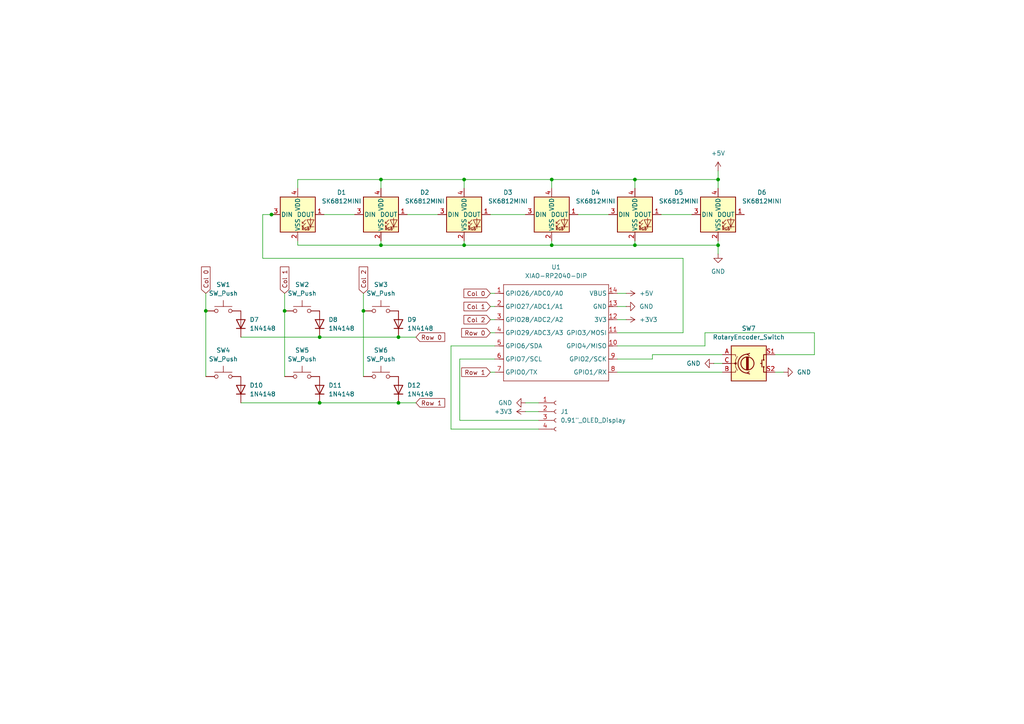
<source format=kicad_sch>
(kicad_sch
	(version 20250114)
	(generator "eeschema")
	(generator_version "9.0")
	(uuid "a9b92973-bd58-4ae9-8901-34345d00ca59")
	(paper "A4")
	(lib_symbols
		(symbol "1N4148_1"
			(pin_numbers
				(hide yes)
			)
			(pin_names
				(hide yes)
			)
			(exclude_from_sim no)
			(in_bom yes)
			(on_board yes)
			(property "Reference" "D"
				(at 0 2.54 0)
				(effects
					(font
						(size 1.27 1.27)
					)
				)
			)
			(property "Value" "1N4148"
				(at 0 -2.54 0)
				(effects
					(font
						(size 1.27 1.27)
					)
				)
			)
			(property "Footprint" "Diode_THT:D_DO-35_SOD27_P7.62mm_Horizontal"
				(at 0 0 0)
				(effects
					(font
						(size 1.27 1.27)
					)
					(hide yes)
				)
			)
			(property "Datasheet" "https://assets.nexperia.com/documents/data-sheet/1N4148_1N4448.pdf"
				(at 0 0 0)
				(effects
					(font
						(size 1.27 1.27)
					)
					(hide yes)
				)
			)
			(property "Description" "100V 0.15A standard switching diode, DO-35"
				(at 0 0 0)
				(effects
					(font
						(size 1.27 1.27)
					)
					(hide yes)
				)
			)
			(property "Sim.Device" "D"
				(at 0 0 0)
				(effects
					(font
						(size 1.27 1.27)
					)
					(hide yes)
				)
			)
			(property "Sim.Pins" "1=K 2=A"
				(at 0 0 0)
				(effects
					(font
						(size 1.27 1.27)
					)
					(hide yes)
				)
			)
			(property "ki_keywords" "diode"
				(at 0 0 0)
				(effects
					(font
						(size 1.27 1.27)
					)
					(hide yes)
				)
			)
			(property "ki_fp_filters" "D*DO?35*"
				(at 0 0 0)
				(effects
					(font
						(size 1.27 1.27)
					)
					(hide yes)
				)
			)
			(symbol "1N4148_1_0_1"
				(polyline
					(pts
						(xy -1.27 1.27) (xy -1.27 -1.27)
					)
					(stroke
						(width 0.254)
						(type default)
					)
					(fill
						(type none)
					)
				)
				(polyline
					(pts
						(xy 1.27 1.27) (xy 1.27 -1.27) (xy -1.27 0) (xy 1.27 1.27)
					)
					(stroke
						(width 0.254)
						(type default)
					)
					(fill
						(type none)
					)
				)
				(polyline
					(pts
						(xy 1.27 0) (xy -1.27 0)
					)
					(stroke
						(width 0)
						(type default)
					)
					(fill
						(type none)
					)
				)
			)
			(symbol "1N4148_1_1_1"
				(pin passive line
					(at -3.81 0 0)
					(length 2.54)
					(name "K"
						(effects
							(font
								(size 1.27 1.27)
							)
						)
					)
					(number "1"
						(effects
							(font
								(size 1.27 1.27)
							)
						)
					)
				)
				(pin passive line
					(at 3.81 0 180)
					(length 2.54)
					(name "A"
						(effects
							(font
								(size 1.27 1.27)
							)
						)
					)
					(number "2"
						(effects
							(font
								(size 1.27 1.27)
							)
						)
					)
				)
			)
			(embedded_fonts no)
		)
		(symbol "1N4148_2"
			(pin_numbers
				(hide yes)
			)
			(pin_names
				(hide yes)
			)
			(exclude_from_sim no)
			(in_bom yes)
			(on_board yes)
			(property "Reference" "D"
				(at 0 2.54 0)
				(effects
					(font
						(size 1.27 1.27)
					)
				)
			)
			(property "Value" "1N4148"
				(at 0 -2.54 0)
				(effects
					(font
						(size 1.27 1.27)
					)
				)
			)
			(property "Footprint" "Diode_THT:D_DO-35_SOD27_P7.62mm_Horizontal"
				(at 0 0 0)
				(effects
					(font
						(size 1.27 1.27)
					)
					(hide yes)
				)
			)
			(property "Datasheet" "https://assets.nexperia.com/documents/data-sheet/1N4148_1N4448.pdf"
				(at 0 0 0)
				(effects
					(font
						(size 1.27 1.27)
					)
					(hide yes)
				)
			)
			(property "Description" "100V 0.15A standard switching diode, DO-35"
				(at 0 0 0)
				(effects
					(font
						(size 1.27 1.27)
					)
					(hide yes)
				)
			)
			(property "Sim.Device" "D"
				(at 0 0 0)
				(effects
					(font
						(size 1.27 1.27)
					)
					(hide yes)
				)
			)
			(property "Sim.Pins" "1=K 2=A"
				(at 0 0 0)
				(effects
					(font
						(size 1.27 1.27)
					)
					(hide yes)
				)
			)
			(property "ki_keywords" "diode"
				(at 0 0 0)
				(effects
					(font
						(size 1.27 1.27)
					)
					(hide yes)
				)
			)
			(property "ki_fp_filters" "D*DO?35*"
				(at 0 0 0)
				(effects
					(font
						(size 1.27 1.27)
					)
					(hide yes)
				)
			)
			(symbol "1N4148_2_0_1"
				(polyline
					(pts
						(xy -1.27 1.27) (xy -1.27 -1.27)
					)
					(stroke
						(width 0.254)
						(type default)
					)
					(fill
						(type none)
					)
				)
				(polyline
					(pts
						(xy 1.27 1.27) (xy 1.27 -1.27) (xy -1.27 0) (xy 1.27 1.27)
					)
					(stroke
						(width 0.254)
						(type default)
					)
					(fill
						(type none)
					)
				)
				(polyline
					(pts
						(xy 1.27 0) (xy -1.27 0)
					)
					(stroke
						(width 0)
						(type default)
					)
					(fill
						(type none)
					)
				)
			)
			(symbol "1N4148_2_1_1"
				(pin passive line
					(at -3.81 0 0)
					(length 2.54)
					(name "K"
						(effects
							(font
								(size 1.27 1.27)
							)
						)
					)
					(number "1"
						(effects
							(font
								(size 1.27 1.27)
							)
						)
					)
				)
				(pin passive line
					(at 3.81 0 180)
					(length 2.54)
					(name "A"
						(effects
							(font
								(size 1.27 1.27)
							)
						)
					)
					(number "2"
						(effects
							(font
								(size 1.27 1.27)
							)
						)
					)
				)
			)
			(embedded_fonts no)
		)
		(symbol "Connector:Conn_01x04_Socket"
			(pin_names
				(offset 1.016)
				(hide yes)
			)
			(exclude_from_sim no)
			(in_bom yes)
			(on_board yes)
			(property "Reference" "J"
				(at 0 5.08 0)
				(effects
					(font
						(size 1.27 1.27)
					)
				)
			)
			(property "Value" "Conn_01x04_Socket"
				(at 0 -7.62 0)
				(effects
					(font
						(size 1.27 1.27)
					)
				)
			)
			(property "Footprint" ""
				(at 0 0 0)
				(effects
					(font
						(size 1.27 1.27)
					)
					(hide yes)
				)
			)
			(property "Datasheet" "~"
				(at 0 0 0)
				(effects
					(font
						(size 1.27 1.27)
					)
					(hide yes)
				)
			)
			(property "Description" "Generic connector, single row, 01x04, script generated"
				(at 0 0 0)
				(effects
					(font
						(size 1.27 1.27)
					)
					(hide yes)
				)
			)
			(property "ki_locked" ""
				(at 0 0 0)
				(effects
					(font
						(size 1.27 1.27)
					)
				)
			)
			(property "ki_keywords" "connector"
				(at 0 0 0)
				(effects
					(font
						(size 1.27 1.27)
					)
					(hide yes)
				)
			)
			(property "ki_fp_filters" "Connector*:*_1x??_*"
				(at 0 0 0)
				(effects
					(font
						(size 1.27 1.27)
					)
					(hide yes)
				)
			)
			(symbol "Conn_01x04_Socket_1_1"
				(polyline
					(pts
						(xy -1.27 2.54) (xy -0.508 2.54)
					)
					(stroke
						(width 0.1524)
						(type default)
					)
					(fill
						(type none)
					)
				)
				(polyline
					(pts
						(xy -1.27 0) (xy -0.508 0)
					)
					(stroke
						(width 0.1524)
						(type default)
					)
					(fill
						(type none)
					)
				)
				(polyline
					(pts
						(xy -1.27 -2.54) (xy -0.508 -2.54)
					)
					(stroke
						(width 0.1524)
						(type default)
					)
					(fill
						(type none)
					)
				)
				(polyline
					(pts
						(xy -1.27 -5.08) (xy -0.508 -5.08)
					)
					(stroke
						(width 0.1524)
						(type default)
					)
					(fill
						(type none)
					)
				)
				(arc
					(start 0 2.032)
					(mid -0.5058 2.54)
					(end 0 3.048)
					(stroke
						(width 0.1524)
						(type default)
					)
					(fill
						(type none)
					)
				)
				(arc
					(start 0 -0.508)
					(mid -0.5058 0)
					(end 0 0.508)
					(stroke
						(width 0.1524)
						(type default)
					)
					(fill
						(type none)
					)
				)
				(arc
					(start 0 -3.048)
					(mid -0.5058 -2.54)
					(end 0 -2.032)
					(stroke
						(width 0.1524)
						(type default)
					)
					(fill
						(type none)
					)
				)
				(arc
					(start 0 -5.588)
					(mid -0.5058 -5.08)
					(end 0 -4.572)
					(stroke
						(width 0.1524)
						(type default)
					)
					(fill
						(type none)
					)
				)
				(pin passive line
					(at -5.08 2.54 0)
					(length 3.81)
					(name "Pin_1"
						(effects
							(font
								(size 1.27 1.27)
							)
						)
					)
					(number "1"
						(effects
							(font
								(size 1.27 1.27)
							)
						)
					)
				)
				(pin passive line
					(at -5.08 0 0)
					(length 3.81)
					(name "Pin_2"
						(effects
							(font
								(size 1.27 1.27)
							)
						)
					)
					(number "2"
						(effects
							(font
								(size 1.27 1.27)
							)
						)
					)
				)
				(pin passive line
					(at -5.08 -2.54 0)
					(length 3.81)
					(name "Pin_3"
						(effects
							(font
								(size 1.27 1.27)
							)
						)
					)
					(number "3"
						(effects
							(font
								(size 1.27 1.27)
							)
						)
					)
				)
				(pin passive line
					(at -5.08 -5.08 0)
					(length 3.81)
					(name "Pin_4"
						(effects
							(font
								(size 1.27 1.27)
							)
						)
					)
					(number "4"
						(effects
							(font
								(size 1.27 1.27)
							)
						)
					)
				)
			)
			(embedded_fonts no)
		)
		(symbol "Device:RotaryEncoder_Switch"
			(pin_names
				(offset 0.254)
				(hide yes)
			)
			(exclude_from_sim no)
			(in_bom yes)
			(on_board yes)
			(property "Reference" "SW"
				(at 0 6.604 0)
				(effects
					(font
						(size 1.27 1.27)
					)
				)
			)
			(property "Value" "RotaryEncoder_Switch"
				(at 0 -6.604 0)
				(effects
					(font
						(size 1.27 1.27)
					)
				)
			)
			(property "Footprint" ""
				(at -3.81 4.064 0)
				(effects
					(font
						(size 1.27 1.27)
					)
					(hide yes)
				)
			)
			(property "Datasheet" "~"
				(at 0 6.604 0)
				(effects
					(font
						(size 1.27 1.27)
					)
					(hide yes)
				)
			)
			(property "Description" "Rotary encoder, dual channel, incremental quadrate outputs, with switch"
				(at 0 0 0)
				(effects
					(font
						(size 1.27 1.27)
					)
					(hide yes)
				)
			)
			(property "ki_keywords" "rotary switch encoder switch push button"
				(at 0 0 0)
				(effects
					(font
						(size 1.27 1.27)
					)
					(hide yes)
				)
			)
			(property "ki_fp_filters" "RotaryEncoder*Switch*"
				(at 0 0 0)
				(effects
					(font
						(size 1.27 1.27)
					)
					(hide yes)
				)
			)
			(symbol "RotaryEncoder_Switch_0_1"
				(rectangle
					(start -5.08 5.08)
					(end 5.08 -5.08)
					(stroke
						(width 0.254)
						(type default)
					)
					(fill
						(type background)
					)
				)
				(polyline
					(pts
						(xy -5.08 2.54) (xy -3.81 2.54) (xy -3.81 2.032)
					)
					(stroke
						(width 0)
						(type default)
					)
					(fill
						(type none)
					)
				)
				(polyline
					(pts
						(xy -5.08 0) (xy -3.81 0) (xy -3.81 -1.016) (xy -3.302 -2.032)
					)
					(stroke
						(width 0)
						(type default)
					)
					(fill
						(type none)
					)
				)
				(polyline
					(pts
						(xy -5.08 -2.54) (xy -3.81 -2.54) (xy -3.81 -2.032)
					)
					(stroke
						(width 0)
						(type default)
					)
					(fill
						(type none)
					)
				)
				(polyline
					(pts
						(xy -4.318 0) (xy -3.81 0) (xy -3.81 1.016) (xy -3.302 2.032)
					)
					(stroke
						(width 0)
						(type default)
					)
					(fill
						(type none)
					)
				)
				(circle
					(center -3.81 0)
					(radius 0.254)
					(stroke
						(width 0)
						(type default)
					)
					(fill
						(type outline)
					)
				)
				(polyline
					(pts
						(xy -0.635 -1.778) (xy -0.635 1.778)
					)
					(stroke
						(width 0.254)
						(type default)
					)
					(fill
						(type none)
					)
				)
				(circle
					(center -0.381 0)
					(radius 1.905)
					(stroke
						(width 0.254)
						(type default)
					)
					(fill
						(type none)
					)
				)
				(polyline
					(pts
						(xy -0.381 -1.778) (xy -0.381 1.778)
					)
					(stroke
						(width 0.254)
						(type default)
					)
					(fill
						(type none)
					)
				)
				(arc
					(start -0.381 -2.794)
					(mid -3.0988 -0.0635)
					(end -0.381 2.667)
					(stroke
						(width 0.254)
						(type default)
					)
					(fill
						(type none)
					)
				)
				(polyline
					(pts
						(xy -0.127 1.778) (xy -0.127 -1.778)
					)
					(stroke
						(width 0.254)
						(type default)
					)
					(fill
						(type none)
					)
				)
				(polyline
					(pts
						(xy 0.254 2.921) (xy -0.508 2.667) (xy 0.127 2.286)
					)
					(stroke
						(width 0.254)
						(type default)
					)
					(fill
						(type none)
					)
				)
				(polyline
					(pts
						(xy 0.254 -3.048) (xy -0.508 -2.794) (xy 0.127 -2.413)
					)
					(stroke
						(width 0.254)
						(type default)
					)
					(fill
						(type none)
					)
				)
				(polyline
					(pts
						(xy 3.81 1.016) (xy 3.81 -1.016)
					)
					(stroke
						(width 0.254)
						(type default)
					)
					(fill
						(type none)
					)
				)
				(polyline
					(pts
						(xy 3.81 0) (xy 3.429 0)
					)
					(stroke
						(width 0.254)
						(type default)
					)
					(fill
						(type none)
					)
				)
				(circle
					(center 4.318 1.016)
					(radius 0.127)
					(stroke
						(width 0.254)
						(type default)
					)
					(fill
						(type none)
					)
				)
				(circle
					(center 4.318 -1.016)
					(radius 0.127)
					(stroke
						(width 0.254)
						(type default)
					)
					(fill
						(type none)
					)
				)
				(polyline
					(pts
						(xy 5.08 2.54) (xy 4.318 2.54) (xy 4.318 1.016)
					)
					(stroke
						(width 0.254)
						(type default)
					)
					(fill
						(type none)
					)
				)
				(polyline
					(pts
						(xy 5.08 -2.54) (xy 4.318 -2.54) (xy 4.318 -1.016)
					)
					(stroke
						(width 0.254)
						(type default)
					)
					(fill
						(type none)
					)
				)
			)
			(symbol "RotaryEncoder_Switch_1_1"
				(pin passive line
					(at -7.62 2.54 0)
					(length 2.54)
					(name "A"
						(effects
							(font
								(size 1.27 1.27)
							)
						)
					)
					(number "A"
						(effects
							(font
								(size 1.27 1.27)
							)
						)
					)
				)
				(pin passive line
					(at -7.62 0 0)
					(length 2.54)
					(name "C"
						(effects
							(font
								(size 1.27 1.27)
							)
						)
					)
					(number "C"
						(effects
							(font
								(size 1.27 1.27)
							)
						)
					)
				)
				(pin passive line
					(at -7.62 -2.54 0)
					(length 2.54)
					(name "B"
						(effects
							(font
								(size 1.27 1.27)
							)
						)
					)
					(number "B"
						(effects
							(font
								(size 1.27 1.27)
							)
						)
					)
				)
				(pin passive line
					(at 7.62 2.54 180)
					(length 2.54)
					(name "S1"
						(effects
							(font
								(size 1.27 1.27)
							)
						)
					)
					(number "S1"
						(effects
							(font
								(size 1.27 1.27)
							)
						)
					)
				)
				(pin passive line
					(at 7.62 -2.54 180)
					(length 2.54)
					(name "S2"
						(effects
							(font
								(size 1.27 1.27)
							)
						)
					)
					(number "S2"
						(effects
							(font
								(size 1.27 1.27)
							)
						)
					)
				)
			)
			(embedded_fonts no)
		)
		(symbol "Diode:1N4148"
			(pin_numbers
				(hide yes)
			)
			(pin_names
				(hide yes)
			)
			(exclude_from_sim no)
			(in_bom yes)
			(on_board yes)
			(property "Reference" "D"
				(at 0 2.54 0)
				(effects
					(font
						(size 1.27 1.27)
					)
				)
			)
			(property "Value" "1N4148"
				(at 0 -2.54 0)
				(effects
					(font
						(size 1.27 1.27)
					)
				)
			)
			(property "Footprint" "Diode_THT:D_DO-35_SOD27_P7.62mm_Horizontal"
				(at 0 0 0)
				(effects
					(font
						(size 1.27 1.27)
					)
					(hide yes)
				)
			)
			(property "Datasheet" "https://assets.nexperia.com/documents/data-sheet/1N4148_1N4448.pdf"
				(at 0 0 0)
				(effects
					(font
						(size 1.27 1.27)
					)
					(hide yes)
				)
			)
			(property "Description" "100V 0.15A standard switching diode, DO-35"
				(at 0 0 0)
				(effects
					(font
						(size 1.27 1.27)
					)
					(hide yes)
				)
			)
			(property "Sim.Device" "D"
				(at 0 0 0)
				(effects
					(font
						(size 1.27 1.27)
					)
					(hide yes)
				)
			)
			(property "Sim.Pins" "1=K 2=A"
				(at 0 0 0)
				(effects
					(font
						(size 1.27 1.27)
					)
					(hide yes)
				)
			)
			(property "ki_keywords" "diode"
				(at 0 0 0)
				(effects
					(font
						(size 1.27 1.27)
					)
					(hide yes)
				)
			)
			(property "ki_fp_filters" "D*DO?35*"
				(at 0 0 0)
				(effects
					(font
						(size 1.27 1.27)
					)
					(hide yes)
				)
			)
			(symbol "1N4148_0_1"
				(polyline
					(pts
						(xy -1.27 1.27) (xy -1.27 -1.27)
					)
					(stroke
						(width 0.254)
						(type default)
					)
					(fill
						(type none)
					)
				)
				(polyline
					(pts
						(xy 1.27 1.27) (xy 1.27 -1.27) (xy -1.27 0) (xy 1.27 1.27)
					)
					(stroke
						(width 0.254)
						(type default)
					)
					(fill
						(type none)
					)
				)
				(polyline
					(pts
						(xy 1.27 0) (xy -1.27 0)
					)
					(stroke
						(width 0)
						(type default)
					)
					(fill
						(type none)
					)
				)
			)
			(symbol "1N4148_1_1"
				(pin passive line
					(at -3.81 0 0)
					(length 2.54)
					(name "K"
						(effects
							(font
								(size 1.27 1.27)
							)
						)
					)
					(number "1"
						(effects
							(font
								(size 1.27 1.27)
							)
						)
					)
				)
				(pin passive line
					(at 3.81 0 180)
					(length 2.54)
					(name "A"
						(effects
							(font
								(size 1.27 1.27)
							)
						)
					)
					(number "2"
						(effects
							(font
								(size 1.27 1.27)
							)
						)
					)
				)
			)
			(embedded_fonts no)
		)
		(symbol "LED:SK6812MINI"
			(pin_names
				(offset 0.254)
			)
			(exclude_from_sim no)
			(in_bom yes)
			(on_board yes)
			(property "Reference" "D"
				(at 5.08 5.715 0)
				(effects
					(font
						(size 1.27 1.27)
					)
					(justify right bottom)
				)
			)
			(property "Value" "SK6812MINI"
				(at 1.27 -5.715 0)
				(effects
					(font
						(size 1.27 1.27)
					)
					(justify left top)
				)
			)
			(property "Footprint" "LED_SMD:LED_SK6812MINI_PLCC4_3.5x3.5mm_P1.75mm"
				(at 1.27 -7.62 0)
				(effects
					(font
						(size 1.27 1.27)
					)
					(justify left top)
					(hide yes)
				)
			)
			(property "Datasheet" "https://cdn-shop.adafruit.com/product-files/2686/SK6812MINI_REV.01-1-2.pdf"
				(at 2.54 -9.525 0)
				(effects
					(font
						(size 1.27 1.27)
					)
					(justify left top)
					(hide yes)
				)
			)
			(property "Description" "RGB LED with integrated controller"
				(at 0 0 0)
				(effects
					(font
						(size 1.27 1.27)
					)
					(hide yes)
				)
			)
			(property "ki_keywords" "RGB LED NeoPixel Mini addressable"
				(at 0 0 0)
				(effects
					(font
						(size 1.27 1.27)
					)
					(hide yes)
				)
			)
			(property "ki_fp_filters" "LED*SK6812MINI*PLCC*3.5x3.5mm*P1.75mm*"
				(at 0 0 0)
				(effects
					(font
						(size 1.27 1.27)
					)
					(hide yes)
				)
			)
			(symbol "SK6812MINI_0_0"
				(text "RGB"
					(at 2.286 -4.191 0)
					(effects
						(font
							(size 0.762 0.762)
						)
					)
				)
			)
			(symbol "SK6812MINI_0_1"
				(polyline
					(pts
						(xy 1.27 -2.54) (xy 1.778 -2.54)
					)
					(stroke
						(width 0)
						(type default)
					)
					(fill
						(type none)
					)
				)
				(polyline
					(pts
						(xy 1.27 -3.556) (xy 1.778 -3.556)
					)
					(stroke
						(width 0)
						(type default)
					)
					(fill
						(type none)
					)
				)
				(polyline
					(pts
						(xy 2.286 -1.524) (xy 1.27 -2.54) (xy 1.27 -2.032)
					)
					(stroke
						(width 0)
						(type default)
					)
					(fill
						(type none)
					)
				)
				(polyline
					(pts
						(xy 2.286 -2.54) (xy 1.27 -3.556) (xy 1.27 -3.048)
					)
					(stroke
						(width 0)
						(type default)
					)
					(fill
						(type none)
					)
				)
				(polyline
					(pts
						(xy 3.683 -1.016) (xy 3.683 -3.556) (xy 3.683 -4.064)
					)
					(stroke
						(width 0)
						(type default)
					)
					(fill
						(type none)
					)
				)
				(polyline
					(pts
						(xy 4.699 -1.524) (xy 2.667 -1.524) (xy 3.683 -3.556) (xy 4.699 -1.524)
					)
					(stroke
						(width 0)
						(type default)
					)
					(fill
						(type none)
					)
				)
				(polyline
					(pts
						(xy 4.699 -3.556) (xy 2.667 -3.556)
					)
					(stroke
						(width 0)
						(type default)
					)
					(fill
						(type none)
					)
				)
				(rectangle
					(start 5.08 5.08)
					(end -5.08 -5.08)
					(stroke
						(width 0.254)
						(type default)
					)
					(fill
						(type background)
					)
				)
			)
			(symbol "SK6812MINI_1_1"
				(pin input line
					(at -7.62 0 0)
					(length 2.54)
					(name "DIN"
						(effects
							(font
								(size 1.27 1.27)
							)
						)
					)
					(number "3"
						(effects
							(font
								(size 1.27 1.27)
							)
						)
					)
				)
				(pin power_in line
					(at 0 7.62 270)
					(length 2.54)
					(name "VDD"
						(effects
							(font
								(size 1.27 1.27)
							)
						)
					)
					(number "4"
						(effects
							(font
								(size 1.27 1.27)
							)
						)
					)
				)
				(pin power_in line
					(at 0 -7.62 90)
					(length 2.54)
					(name "VSS"
						(effects
							(font
								(size 1.27 1.27)
							)
						)
					)
					(number "2"
						(effects
							(font
								(size 1.27 1.27)
							)
						)
					)
				)
				(pin output line
					(at 7.62 0 180)
					(length 2.54)
					(name "DOUT"
						(effects
							(font
								(size 1.27 1.27)
							)
						)
					)
					(number "1"
						(effects
							(font
								(size 1.27 1.27)
							)
						)
					)
				)
			)
			(embedded_fonts no)
		)
		(symbol "OPL XIAO Series:XIAO-RP2040-DIP"
			(exclude_from_sim no)
			(in_bom yes)
			(on_board yes)
			(property "Reference" "U"
				(at 0 0 0)
				(effects
					(font
						(size 1.27 1.27)
					)
				)
			)
			(property "Value" "XIAO-RP2040-DIP"
				(at 5.334 -1.778 0)
				(effects
					(font
						(size 1.27 1.27)
					)
				)
			)
			(property "Footprint" "Module:MOUDLE14P-XIAO-DIP-SMD"
				(at 14.478 -32.258 0)
				(effects
					(font
						(size 1.27 1.27)
					)
					(hide yes)
				)
			)
			(property "Datasheet" ""
				(at 0 0 0)
				(effects
					(font
						(size 1.27 1.27)
					)
					(hide yes)
				)
			)
			(property "Description" ""
				(at 0 0 0)
				(effects
					(font
						(size 1.27 1.27)
					)
					(hide yes)
				)
			)
			(symbol "XIAO-RP2040-DIP_1_0"
				(polyline
					(pts
						(xy -1.27 -2.54) (xy 29.21 -2.54)
					)
					(stroke
						(width 0.1524)
						(type solid)
					)
					(fill
						(type none)
					)
				)
				(polyline
					(pts
						(xy -1.27 -5.08) (xy -2.54 -5.08)
					)
					(stroke
						(width 0.1524)
						(type solid)
					)
					(fill
						(type none)
					)
				)
				(polyline
					(pts
						(xy -1.27 -5.08) (xy -1.27 -2.54)
					)
					(stroke
						(width 0.1524)
						(type solid)
					)
					(fill
						(type none)
					)
				)
				(polyline
					(pts
						(xy -1.27 -8.89) (xy -2.54 -8.89)
					)
					(stroke
						(width 0.1524)
						(type solid)
					)
					(fill
						(type none)
					)
				)
				(polyline
					(pts
						(xy -1.27 -8.89) (xy -1.27 -5.08)
					)
					(stroke
						(width 0.1524)
						(type solid)
					)
					(fill
						(type none)
					)
				)
				(polyline
					(pts
						(xy -1.27 -12.7) (xy -2.54 -12.7)
					)
					(stroke
						(width 0.1524)
						(type solid)
					)
					(fill
						(type none)
					)
				)
				(polyline
					(pts
						(xy -1.27 -12.7) (xy -1.27 -8.89)
					)
					(stroke
						(width 0.1524)
						(type solid)
					)
					(fill
						(type none)
					)
				)
				(polyline
					(pts
						(xy -1.27 -16.51) (xy -2.54 -16.51)
					)
					(stroke
						(width 0.1524)
						(type solid)
					)
					(fill
						(type none)
					)
				)
				(polyline
					(pts
						(xy -1.27 -16.51) (xy -1.27 -12.7)
					)
					(stroke
						(width 0.1524)
						(type solid)
					)
					(fill
						(type none)
					)
				)
				(polyline
					(pts
						(xy -1.27 -20.32) (xy -2.54 -20.32)
					)
					(stroke
						(width 0.1524)
						(type solid)
					)
					(fill
						(type none)
					)
				)
				(polyline
					(pts
						(xy -1.27 -24.13) (xy -2.54 -24.13)
					)
					(stroke
						(width 0.1524)
						(type solid)
					)
					(fill
						(type none)
					)
				)
				(polyline
					(pts
						(xy -1.27 -27.94) (xy -2.54 -27.94)
					)
					(stroke
						(width 0.1524)
						(type solid)
					)
					(fill
						(type none)
					)
				)
				(polyline
					(pts
						(xy -1.27 -30.48) (xy -1.27 -16.51)
					)
					(stroke
						(width 0.1524)
						(type solid)
					)
					(fill
						(type none)
					)
				)
				(polyline
					(pts
						(xy 29.21 -2.54) (xy 29.21 -5.08)
					)
					(stroke
						(width 0.1524)
						(type solid)
					)
					(fill
						(type none)
					)
				)
				(polyline
					(pts
						(xy 29.21 -5.08) (xy 29.21 -8.89)
					)
					(stroke
						(width 0.1524)
						(type solid)
					)
					(fill
						(type none)
					)
				)
				(polyline
					(pts
						(xy 29.21 -8.89) (xy 29.21 -12.7)
					)
					(stroke
						(width 0.1524)
						(type solid)
					)
					(fill
						(type none)
					)
				)
				(polyline
					(pts
						(xy 29.21 -12.7) (xy 29.21 -30.48)
					)
					(stroke
						(width 0.1524)
						(type solid)
					)
					(fill
						(type none)
					)
				)
				(polyline
					(pts
						(xy 29.21 -30.48) (xy -1.27 -30.48)
					)
					(stroke
						(width 0.1524)
						(type solid)
					)
					(fill
						(type none)
					)
				)
				(polyline
					(pts
						(xy 30.48 -5.08) (xy 29.21 -5.08)
					)
					(stroke
						(width 0.1524)
						(type solid)
					)
					(fill
						(type none)
					)
				)
				(polyline
					(pts
						(xy 30.48 -8.89) (xy 29.21 -8.89)
					)
					(stroke
						(width 0.1524)
						(type solid)
					)
					(fill
						(type none)
					)
				)
				(polyline
					(pts
						(xy 30.48 -12.7) (xy 29.21 -12.7)
					)
					(stroke
						(width 0.1524)
						(type solid)
					)
					(fill
						(type none)
					)
				)
				(polyline
					(pts
						(xy 30.48 -16.51) (xy 29.21 -16.51)
					)
					(stroke
						(width 0.1524)
						(type solid)
					)
					(fill
						(type none)
					)
				)
				(polyline
					(pts
						(xy 30.48 -20.32) (xy 29.21 -20.32)
					)
					(stroke
						(width 0.1524)
						(type solid)
					)
					(fill
						(type none)
					)
				)
				(polyline
					(pts
						(xy 30.48 -24.13) (xy 29.21 -24.13)
					)
					(stroke
						(width 0.1524)
						(type solid)
					)
					(fill
						(type none)
					)
				)
				(polyline
					(pts
						(xy 30.48 -27.94) (xy 29.21 -27.94)
					)
					(stroke
						(width 0.1524)
						(type solid)
					)
					(fill
						(type none)
					)
				)
				(pin passive line
					(at -3.81 -5.08 0)
					(length 2.54)
					(name "GPIO26/ADC0/A0"
						(effects
							(font
								(size 1.27 1.27)
							)
						)
					)
					(number "1"
						(effects
							(font
								(size 1.27 1.27)
							)
						)
					)
				)
				(pin passive line
					(at -3.81 -8.89 0)
					(length 2.54)
					(name "GPIO27/ADC1/A1"
						(effects
							(font
								(size 1.27 1.27)
							)
						)
					)
					(number "2"
						(effects
							(font
								(size 1.27 1.27)
							)
						)
					)
				)
				(pin passive line
					(at -3.81 -12.7 0)
					(length 2.54)
					(name "GPIO28/ADC2/A2"
						(effects
							(font
								(size 1.27 1.27)
							)
						)
					)
					(number "3"
						(effects
							(font
								(size 1.27 1.27)
							)
						)
					)
				)
				(pin passive line
					(at -3.81 -16.51 0)
					(length 2.54)
					(name "GPIO29/ADC3/A3"
						(effects
							(font
								(size 1.27 1.27)
							)
						)
					)
					(number "4"
						(effects
							(font
								(size 1.27 1.27)
							)
						)
					)
				)
				(pin passive line
					(at -3.81 -20.32 0)
					(length 2.54)
					(name "GPIO6/SDA"
						(effects
							(font
								(size 1.27 1.27)
							)
						)
					)
					(number "5"
						(effects
							(font
								(size 1.27 1.27)
							)
						)
					)
				)
				(pin passive line
					(at -3.81 -24.13 0)
					(length 2.54)
					(name "GPIO7/SCL"
						(effects
							(font
								(size 1.27 1.27)
							)
						)
					)
					(number "6"
						(effects
							(font
								(size 1.27 1.27)
							)
						)
					)
				)
				(pin passive line
					(at -3.81 -27.94 0)
					(length 2.54)
					(name "GPIO0/TX"
						(effects
							(font
								(size 1.27 1.27)
							)
						)
					)
					(number "7"
						(effects
							(font
								(size 1.27 1.27)
							)
						)
					)
				)
				(pin passive line
					(at 31.75 -5.08 180)
					(length 2.54)
					(name "VBUS"
						(effects
							(font
								(size 1.27 1.27)
							)
						)
					)
					(number "14"
						(effects
							(font
								(size 1.27 1.27)
							)
						)
					)
				)
				(pin passive line
					(at 31.75 -8.89 180)
					(length 2.54)
					(name "GND"
						(effects
							(font
								(size 1.27 1.27)
							)
						)
					)
					(number "13"
						(effects
							(font
								(size 1.27 1.27)
							)
						)
					)
				)
				(pin passive line
					(at 31.75 -12.7 180)
					(length 2.54)
					(name "3V3"
						(effects
							(font
								(size 1.27 1.27)
							)
						)
					)
					(number "12"
						(effects
							(font
								(size 1.27 1.27)
							)
						)
					)
				)
				(pin passive line
					(at 31.75 -16.51 180)
					(length 2.54)
					(name "GPIO3/MOSI"
						(effects
							(font
								(size 1.27 1.27)
							)
						)
					)
					(number "11"
						(effects
							(font
								(size 1.27 1.27)
							)
						)
					)
				)
				(pin passive line
					(at 31.75 -20.32 180)
					(length 2.54)
					(name "GPIO4/MISO"
						(effects
							(font
								(size 1.27 1.27)
							)
						)
					)
					(number "10"
						(effects
							(font
								(size 1.27 1.27)
							)
						)
					)
				)
				(pin passive line
					(at 31.75 -24.13 180)
					(length 2.54)
					(name "GPIO2/SCK"
						(effects
							(font
								(size 1.27 1.27)
							)
						)
					)
					(number "9"
						(effects
							(font
								(size 1.27 1.27)
							)
						)
					)
				)
				(pin passive line
					(at 31.75 -27.94 180)
					(length 2.54)
					(name "GPIO1/RX"
						(effects
							(font
								(size 1.27 1.27)
							)
						)
					)
					(number "8"
						(effects
							(font
								(size 1.27 1.27)
							)
						)
					)
				)
			)
			(embedded_fonts no)
		)
		(symbol "SW_Push_1"
			(pin_numbers
				(hide yes)
			)
			(pin_names
				(offset 1.016)
				(hide yes)
			)
			(exclude_from_sim no)
			(in_bom yes)
			(on_board yes)
			(property "Reference" "SW"
				(at 1.27 2.54 0)
				(effects
					(font
						(size 1.27 1.27)
					)
					(justify left)
				)
			)
			(property "Value" "SW_Push"
				(at 0 -1.524 0)
				(effects
					(font
						(size 1.27 1.27)
					)
				)
			)
			(property "Footprint" ""
				(at 0 5.08 0)
				(effects
					(font
						(size 1.27 1.27)
					)
					(hide yes)
				)
			)
			(property "Datasheet" "~"
				(at 0 5.08 0)
				(effects
					(font
						(size 1.27 1.27)
					)
					(hide yes)
				)
			)
			(property "Description" "Push button switch, generic, two pins"
				(at 0 0 0)
				(effects
					(font
						(size 1.27 1.27)
					)
					(hide yes)
				)
			)
			(property "ki_keywords" "switch normally-open pushbutton push-button"
				(at 0 0 0)
				(effects
					(font
						(size 1.27 1.27)
					)
					(hide yes)
				)
			)
			(symbol "SW_Push_1_0_1"
				(circle
					(center -2.032 0)
					(radius 0.508)
					(stroke
						(width 0)
						(type default)
					)
					(fill
						(type none)
					)
				)
				(polyline
					(pts
						(xy 0 1.27) (xy 0 3.048)
					)
					(stroke
						(width 0)
						(type default)
					)
					(fill
						(type none)
					)
				)
				(circle
					(center 2.032 0)
					(radius 0.508)
					(stroke
						(width 0)
						(type default)
					)
					(fill
						(type none)
					)
				)
				(polyline
					(pts
						(xy 2.54 1.27) (xy -2.54 1.27)
					)
					(stroke
						(width 0)
						(type default)
					)
					(fill
						(type none)
					)
				)
				(pin passive line
					(at -5.08 0 0)
					(length 2.54)
					(name "1"
						(effects
							(font
								(size 1.27 1.27)
							)
						)
					)
					(number "1"
						(effects
							(font
								(size 1.27 1.27)
							)
						)
					)
				)
				(pin passive line
					(at 5.08 0 180)
					(length 2.54)
					(name "2"
						(effects
							(font
								(size 1.27 1.27)
							)
						)
					)
					(number "2"
						(effects
							(font
								(size 1.27 1.27)
							)
						)
					)
				)
			)
			(embedded_fonts no)
		)
		(symbol "Switch:SW_Push"
			(pin_numbers
				(hide yes)
			)
			(pin_names
				(offset 1.016)
				(hide yes)
			)
			(exclude_from_sim no)
			(in_bom yes)
			(on_board yes)
			(property "Reference" "SW"
				(at 1.27 2.54 0)
				(effects
					(font
						(size 1.27 1.27)
					)
					(justify left)
				)
			)
			(property "Value" "SW_Push"
				(at 0 -1.524 0)
				(effects
					(font
						(size 1.27 1.27)
					)
				)
			)
			(property "Footprint" ""
				(at 0 5.08 0)
				(effects
					(font
						(size 1.27 1.27)
					)
					(hide yes)
				)
			)
			(property "Datasheet" "~"
				(at 0 5.08 0)
				(effects
					(font
						(size 1.27 1.27)
					)
					(hide yes)
				)
			)
			(property "Description" "Push button switch, generic, two pins"
				(at 0 0 0)
				(effects
					(font
						(size 1.27 1.27)
					)
					(hide yes)
				)
			)
			(property "ki_keywords" "switch normally-open pushbutton push-button"
				(at 0 0 0)
				(effects
					(font
						(size 1.27 1.27)
					)
					(hide yes)
				)
			)
			(symbol "SW_Push_0_1"
				(circle
					(center -2.032 0)
					(radius 0.508)
					(stroke
						(width 0)
						(type default)
					)
					(fill
						(type none)
					)
				)
				(polyline
					(pts
						(xy 0 1.27) (xy 0 3.048)
					)
					(stroke
						(width 0)
						(type default)
					)
					(fill
						(type none)
					)
				)
				(circle
					(center 2.032 0)
					(radius 0.508)
					(stroke
						(width 0)
						(type default)
					)
					(fill
						(type none)
					)
				)
				(polyline
					(pts
						(xy 2.54 1.27) (xy -2.54 1.27)
					)
					(stroke
						(width 0)
						(type default)
					)
					(fill
						(type none)
					)
				)
				(pin passive line
					(at -5.08 0 0)
					(length 2.54)
					(name "1"
						(effects
							(font
								(size 1.27 1.27)
							)
						)
					)
					(number "1"
						(effects
							(font
								(size 1.27 1.27)
							)
						)
					)
				)
				(pin passive line
					(at 5.08 0 180)
					(length 2.54)
					(name "2"
						(effects
							(font
								(size 1.27 1.27)
							)
						)
					)
					(number "2"
						(effects
							(font
								(size 1.27 1.27)
							)
						)
					)
				)
			)
			(embedded_fonts no)
		)
		(symbol "power:+3V3"
			(power)
			(pin_numbers
				(hide yes)
			)
			(pin_names
				(offset 0)
				(hide yes)
			)
			(exclude_from_sim no)
			(in_bom yes)
			(on_board yes)
			(property "Reference" "#PWR"
				(at 0 -3.81 0)
				(effects
					(font
						(size 1.27 1.27)
					)
					(hide yes)
				)
			)
			(property "Value" "+3V3"
				(at 0 3.556 0)
				(effects
					(font
						(size 1.27 1.27)
					)
				)
			)
			(property "Footprint" ""
				(at 0 0 0)
				(effects
					(font
						(size 1.27 1.27)
					)
					(hide yes)
				)
			)
			(property "Datasheet" ""
				(at 0 0 0)
				(effects
					(font
						(size 1.27 1.27)
					)
					(hide yes)
				)
			)
			(property "Description" "Power symbol creates a global label with name \"+3V3\""
				(at 0 0 0)
				(effects
					(font
						(size 1.27 1.27)
					)
					(hide yes)
				)
			)
			(property "ki_keywords" "global power"
				(at 0 0 0)
				(effects
					(font
						(size 1.27 1.27)
					)
					(hide yes)
				)
			)
			(symbol "+3V3_0_1"
				(polyline
					(pts
						(xy -0.762 1.27) (xy 0 2.54)
					)
					(stroke
						(width 0)
						(type default)
					)
					(fill
						(type none)
					)
				)
				(polyline
					(pts
						(xy 0 2.54) (xy 0.762 1.27)
					)
					(stroke
						(width 0)
						(type default)
					)
					(fill
						(type none)
					)
				)
				(polyline
					(pts
						(xy 0 0) (xy 0 2.54)
					)
					(stroke
						(width 0)
						(type default)
					)
					(fill
						(type none)
					)
				)
			)
			(symbol "+3V3_1_1"
				(pin power_in line
					(at 0 0 90)
					(length 0)
					(name "~"
						(effects
							(font
								(size 1.27 1.27)
							)
						)
					)
					(number "1"
						(effects
							(font
								(size 1.27 1.27)
							)
						)
					)
				)
			)
			(embedded_fonts no)
		)
		(symbol "power:+5V"
			(power)
			(pin_numbers
				(hide yes)
			)
			(pin_names
				(offset 0)
				(hide yes)
			)
			(exclude_from_sim no)
			(in_bom yes)
			(on_board yes)
			(property "Reference" "#PWR"
				(at 0 -3.81 0)
				(effects
					(font
						(size 1.27 1.27)
					)
					(hide yes)
				)
			)
			(property "Value" "+5V"
				(at 0 3.556 0)
				(effects
					(font
						(size 1.27 1.27)
					)
				)
			)
			(property "Footprint" ""
				(at 0 0 0)
				(effects
					(font
						(size 1.27 1.27)
					)
					(hide yes)
				)
			)
			(property "Datasheet" ""
				(at 0 0 0)
				(effects
					(font
						(size 1.27 1.27)
					)
					(hide yes)
				)
			)
			(property "Description" "Power symbol creates a global label with name \"+5V\""
				(at 0 0 0)
				(effects
					(font
						(size 1.27 1.27)
					)
					(hide yes)
				)
			)
			(property "ki_keywords" "global power"
				(at 0 0 0)
				(effects
					(font
						(size 1.27 1.27)
					)
					(hide yes)
				)
			)
			(symbol "+5V_0_1"
				(polyline
					(pts
						(xy -0.762 1.27) (xy 0 2.54)
					)
					(stroke
						(width 0)
						(type default)
					)
					(fill
						(type none)
					)
				)
				(polyline
					(pts
						(xy 0 2.54) (xy 0.762 1.27)
					)
					(stroke
						(width 0)
						(type default)
					)
					(fill
						(type none)
					)
				)
				(polyline
					(pts
						(xy 0 0) (xy 0 2.54)
					)
					(stroke
						(width 0)
						(type default)
					)
					(fill
						(type none)
					)
				)
			)
			(symbol "+5V_1_1"
				(pin power_in line
					(at 0 0 90)
					(length 0)
					(name "~"
						(effects
							(font
								(size 1.27 1.27)
							)
						)
					)
					(number "1"
						(effects
							(font
								(size 1.27 1.27)
							)
						)
					)
				)
			)
			(embedded_fonts no)
		)
		(symbol "power:GND"
			(power)
			(pin_numbers
				(hide yes)
			)
			(pin_names
				(offset 0)
				(hide yes)
			)
			(exclude_from_sim no)
			(in_bom yes)
			(on_board yes)
			(property "Reference" "#PWR"
				(at 0 -6.35 0)
				(effects
					(font
						(size 1.27 1.27)
					)
					(hide yes)
				)
			)
			(property "Value" "GND"
				(at 0 -3.81 0)
				(effects
					(font
						(size 1.27 1.27)
					)
				)
			)
			(property "Footprint" ""
				(at 0 0 0)
				(effects
					(font
						(size 1.27 1.27)
					)
					(hide yes)
				)
			)
			(property "Datasheet" ""
				(at 0 0 0)
				(effects
					(font
						(size 1.27 1.27)
					)
					(hide yes)
				)
			)
			(property "Description" "Power symbol creates a global label with name \"GND\" , ground"
				(at 0 0 0)
				(effects
					(font
						(size 1.27 1.27)
					)
					(hide yes)
				)
			)
			(property "ki_keywords" "global power"
				(at 0 0 0)
				(effects
					(font
						(size 1.27 1.27)
					)
					(hide yes)
				)
			)
			(symbol "GND_0_1"
				(polyline
					(pts
						(xy 0 0) (xy 0 -1.27) (xy 1.27 -1.27) (xy 0 -2.54) (xy -1.27 -1.27) (xy 0 -1.27)
					)
					(stroke
						(width 0)
						(type default)
					)
					(fill
						(type none)
					)
				)
			)
			(symbol "GND_1_1"
				(pin power_in line
					(at 0 0 270)
					(length 0)
					(name "~"
						(effects
							(font
								(size 1.27 1.27)
							)
						)
					)
					(number "1"
						(effects
							(font
								(size 1.27 1.27)
							)
						)
					)
				)
			)
			(embedded_fonts no)
		)
	)
	(junction
		(at 208.28 71.12)
		(diameter 0)
		(color 0 0 0 0)
		(uuid "107f7637-1036-4a1f-8b29-3ca44df729f9")
	)
	(junction
		(at 78.74 62.23)
		(diameter 0)
		(color 0 0 0 0)
		(uuid "1354c6a8-a330-43ca-85f6-045cf49f217b")
	)
	(junction
		(at 59.69 90.17)
		(diameter 0)
		(color 0 0 0 0)
		(uuid "1e70f9ec-19b2-4f38-af3d-968790ee3639")
	)
	(junction
		(at 134.62 71.12)
		(diameter 0)
		(color 0 0 0 0)
		(uuid "2c3d7fe9-9ad5-4280-863e-e487ac21ae72")
	)
	(junction
		(at 115.57 97.79)
		(diameter 0)
		(color 0 0 0 0)
		(uuid "400606d4-c5a0-42cd-b4a7-36894ca48ab3")
	)
	(junction
		(at 92.71 97.79)
		(diameter 0)
		(color 0 0 0 0)
		(uuid "45e8f497-6704-434c-b861-4541c4cc1635")
	)
	(junction
		(at 184.15 52.07)
		(diameter 0)
		(color 0 0 0 0)
		(uuid "5df4e094-0aa0-4496-a1e3-d6c18bb33929")
	)
	(junction
		(at 160.02 71.12)
		(diameter 0)
		(color 0 0 0 0)
		(uuid "6905985d-c145-4538-bf1e-03e3813ebad0")
	)
	(junction
		(at 184.15 71.12)
		(diameter 0)
		(color 0 0 0 0)
		(uuid "6c908891-2b1d-46f9-86db-551f45c05f39")
	)
	(junction
		(at 134.62 52.07)
		(diameter 0)
		(color 0 0 0 0)
		(uuid "7eda18e5-691f-46da-8fc7-5832ded3d7e2")
	)
	(junction
		(at 105.41 90.17)
		(diameter 0)
		(color 0 0 0 0)
		(uuid "92703049-391d-4f42-927c-1b0b5ab15e22")
	)
	(junction
		(at 160.02 52.07)
		(diameter 0)
		(color 0 0 0 0)
		(uuid "92bcaefb-eda7-49fa-ab5a-b854e897b223")
	)
	(junction
		(at 92.71 116.84)
		(diameter 0)
		(color 0 0 0 0)
		(uuid "9c3b6622-a915-430c-99f9-af53dcfadc06")
	)
	(junction
		(at 82.55 90.17)
		(diameter 0)
		(color 0 0 0 0)
		(uuid "af9cfdc8-b200-4bb2-ae94-be49622d416e")
	)
	(junction
		(at 110.49 52.07)
		(diameter 0)
		(color 0 0 0 0)
		(uuid "d1da43e1-3f65-46b3-9718-c1e93222fc1e")
	)
	(junction
		(at 115.57 116.84)
		(diameter 0)
		(color 0 0 0 0)
		(uuid "e706bbd5-f9f2-46cf-81db-5da5d7a7b7b1")
	)
	(junction
		(at 208.28 52.07)
		(diameter 0)
		(color 0 0 0 0)
		(uuid "f6e3abc6-f3ec-4919-8389-432aec0c123e")
	)
	(junction
		(at 110.49 71.12)
		(diameter 0)
		(color 0 0 0 0)
		(uuid "f864473d-b960-4762-b5df-32b388fb86d0")
	)
	(wire
		(pts
			(xy 76.2 74.93) (xy 198.12 74.93)
		)
		(stroke
			(width 0)
			(type default)
		)
		(uuid "000fde8c-10c6-491a-9aff-e739a169a8a7")
	)
	(wire
		(pts
			(xy 184.15 54.61) (xy 184.15 52.07)
		)
		(stroke
			(width 0)
			(type default)
		)
		(uuid "046c3144-7577-4ca4-96f3-198d172f5e44")
	)
	(wire
		(pts
			(xy 115.57 116.84) (xy 120.65 116.84)
		)
		(stroke
			(width 0)
			(type default)
		)
		(uuid "10460bcf-4ab5-4c92-be0a-5d7241c50b3e")
	)
	(wire
		(pts
			(xy 236.22 96.52) (xy 204.47 96.52)
		)
		(stroke
			(width 0)
			(type default)
		)
		(uuid "1393aef5-e269-4761-846b-3408439b4e76")
	)
	(wire
		(pts
			(xy 179.07 100.33) (xy 204.47 100.33)
		)
		(stroke
			(width 0)
			(type default)
		)
		(uuid "14cacaee-f735-4821-b07f-5f363ffd5223")
	)
	(wire
		(pts
			(xy 142.24 62.23) (xy 152.4 62.23)
		)
		(stroke
			(width 0)
			(type default)
		)
		(uuid "197984b2-65d1-4d37-ab37-177abeda3ea2")
	)
	(wire
		(pts
			(xy 184.15 52.07) (xy 208.28 52.07)
		)
		(stroke
			(width 0)
			(type default)
		)
		(uuid "1b3308b3-4c16-49eb-8c15-e9f85331d5eb")
	)
	(wire
		(pts
			(xy 92.71 116.84) (xy 115.57 116.84)
		)
		(stroke
			(width 0)
			(type default)
		)
		(uuid "1ce87c2f-b13e-42bd-b7cf-8d21426163c6")
	)
	(wire
		(pts
			(xy 189.23 102.87) (xy 189.23 104.14)
		)
		(stroke
			(width 0)
			(type default)
		)
		(uuid "20451ab8-808c-4f9f-9ba0-4c680ae04959")
	)
	(wire
		(pts
			(xy 69.85 116.84) (xy 92.71 116.84)
		)
		(stroke
			(width 0)
			(type default)
		)
		(uuid "294bb1f6-7b49-4547-89f3-2d46c22df3ce")
	)
	(wire
		(pts
			(xy 134.62 52.07) (xy 160.02 52.07)
		)
		(stroke
			(width 0)
			(type default)
		)
		(uuid "313ba07c-663e-4e99-9f99-ba2423ef3967")
	)
	(wire
		(pts
			(xy 134.62 52.07) (xy 134.62 54.61)
		)
		(stroke
			(width 0)
			(type default)
		)
		(uuid "32e78ea2-0211-462d-9ccd-ba3d9a0460a1")
	)
	(wire
		(pts
			(xy 156.21 124.46) (xy 130.81 124.46)
		)
		(stroke
			(width 0)
			(type default)
		)
		(uuid "33c9facc-12ac-4ef6-b88b-fd594bfaf0df")
	)
	(wire
		(pts
			(xy 179.07 107.95) (xy 209.55 107.95)
		)
		(stroke
			(width 0)
			(type default)
		)
		(uuid "357e85d9-eefe-4cac-aecb-5c574de048bf")
	)
	(wire
		(pts
			(xy 152.4 116.84) (xy 156.21 116.84)
		)
		(stroke
			(width 0)
			(type default)
		)
		(uuid "35819a99-95eb-463d-aefb-4b0b61c125df")
	)
	(wire
		(pts
			(xy 130.81 124.46) (xy 130.81 100.33)
		)
		(stroke
			(width 0)
			(type default)
		)
		(uuid "4b46f287-f340-451f-90a9-d027b0509772")
	)
	(wire
		(pts
			(xy 76.2 62.23) (xy 78.74 62.23)
		)
		(stroke
			(width 0)
			(type default)
		)
		(uuid "4ee1958a-cb74-4ba2-845e-8c556341c41d")
	)
	(wire
		(pts
			(xy 115.57 97.79) (xy 120.65 97.79)
		)
		(stroke
			(width 0)
			(type default)
		)
		(uuid "4fa58534-9f58-41d9-b0d0-ba1e1cbd1923")
	)
	(wire
		(pts
			(xy 142.24 85.09) (xy 143.51 85.09)
		)
		(stroke
			(width 0)
			(type default)
		)
		(uuid "538c4ca7-05c6-4984-821a-664d57c23cff")
	)
	(wire
		(pts
			(xy 134.62 69.85) (xy 134.62 71.12)
		)
		(stroke
			(width 0)
			(type default)
		)
		(uuid "58baf678-a6f6-4455-8b37-d522bfa56830")
	)
	(wire
		(pts
			(xy 86.36 69.85) (xy 86.36 71.12)
		)
		(stroke
			(width 0)
			(type default)
		)
		(uuid "60209beb-e1d6-4153-8f96-c7c49ec4c713")
	)
	(wire
		(pts
			(xy 86.36 52.07) (xy 110.49 52.07)
		)
		(stroke
			(width 0)
			(type default)
		)
		(uuid "67c4e07b-4a2a-4d8c-addd-2a8e33893ab6")
	)
	(wire
		(pts
			(xy 167.64 62.23) (xy 176.53 62.23)
		)
		(stroke
			(width 0)
			(type default)
		)
		(uuid "6fd499e7-6d6e-4c3f-b40d-b12e6debebf2")
	)
	(wire
		(pts
			(xy 184.15 69.85) (xy 184.15 71.12)
		)
		(stroke
			(width 0)
			(type default)
		)
		(uuid "7568e2bb-136d-4381-b5e6-61f97da436af")
	)
	(wire
		(pts
			(xy 110.49 54.61) (xy 110.49 52.07)
		)
		(stroke
			(width 0)
			(type default)
		)
		(uuid "7b66a121-d194-4c11-a733-c37b9b7bde9d")
	)
	(wire
		(pts
			(xy 142.24 92.71) (xy 143.51 92.71)
		)
		(stroke
			(width 0)
			(type default)
		)
		(uuid "7bc4a929-fe83-4c6b-8d26-c3fcc87cf1d9")
	)
	(wire
		(pts
			(xy 133.35 121.92) (xy 133.35 104.14)
		)
		(stroke
			(width 0)
			(type default)
		)
		(uuid "7d0563a0-ddf9-458f-9cd3-732b81fdc9f1")
	)
	(wire
		(pts
			(xy 133.35 104.14) (xy 143.51 104.14)
		)
		(stroke
			(width 0)
			(type default)
		)
		(uuid "7d513b98-2fc0-49be-aaeb-c3bd88d45dfe")
	)
	(wire
		(pts
			(xy 69.85 97.79) (xy 92.71 97.79)
		)
		(stroke
			(width 0)
			(type default)
		)
		(uuid "800a81d3-73b5-4853-91c3-3e8fb838d7ed")
	)
	(wire
		(pts
			(xy 59.69 90.17) (xy 59.69 109.22)
		)
		(stroke
			(width 0)
			(type default)
		)
		(uuid "86e36091-8b65-4f7a-9122-9b0ab435607f")
	)
	(wire
		(pts
			(xy 105.41 90.17) (xy 105.41 109.22)
		)
		(stroke
			(width 0)
			(type default)
		)
		(uuid "880b225d-790e-4028-9a67-31de7d4c0d01")
	)
	(wire
		(pts
			(xy 152.4 119.38) (xy 156.21 119.38)
		)
		(stroke
			(width 0)
			(type default)
		)
		(uuid "88ea9d20-bb60-4d2a-8648-1124055a3043")
	)
	(wire
		(pts
			(xy 189.23 104.14) (xy 179.07 104.14)
		)
		(stroke
			(width 0)
			(type default)
		)
		(uuid "8927396f-2b4b-4d6c-8420-db3fa19481e6")
	)
	(wire
		(pts
			(xy 93.98 62.23) (xy 102.87 62.23)
		)
		(stroke
			(width 0)
			(type default)
		)
		(uuid "8f44bfb2-b5df-4f13-ba88-e58b8dd44ca8")
	)
	(wire
		(pts
			(xy 179.07 85.09) (xy 181.61 85.09)
		)
		(stroke
			(width 0)
			(type default)
		)
		(uuid "948c9b37-8b60-46ba-9a45-139687c26b53")
	)
	(wire
		(pts
			(xy 208.28 49.53) (xy 208.28 52.07)
		)
		(stroke
			(width 0)
			(type default)
		)
		(uuid "985cbd5b-2c76-4e89-861e-327e3b60186d")
	)
	(wire
		(pts
			(xy 191.77 62.23) (xy 200.66 62.23)
		)
		(stroke
			(width 0)
			(type default)
		)
		(uuid "9b0c9411-728b-4f7b-9b6c-289e92004c4d")
	)
	(wire
		(pts
			(xy 156.21 121.92) (xy 133.35 121.92)
		)
		(stroke
			(width 0)
			(type default)
		)
		(uuid "9ba62643-b4f5-40e4-9484-f6370c5f12ba")
	)
	(wire
		(pts
			(xy 142.24 88.9) (xy 143.51 88.9)
		)
		(stroke
			(width 0)
			(type default)
		)
		(uuid "a1e940d2-b8ad-4f99-ac16-572e2d22c717")
	)
	(wire
		(pts
			(xy 160.02 71.12) (xy 184.15 71.12)
		)
		(stroke
			(width 0)
			(type default)
		)
		(uuid "a567253d-ba4e-4cb3-a9eb-006ebb3086d7")
	)
	(wire
		(pts
			(xy 59.69 85.09) (xy 59.69 90.17)
		)
		(stroke
			(width 0)
			(type default)
		)
		(uuid "a592d6bc-6a9c-42e8-8442-fbb04903ff34")
	)
	(wire
		(pts
			(xy 224.79 107.95) (xy 227.33 107.95)
		)
		(stroke
			(width 0)
			(type default)
		)
		(uuid "adf102af-37d1-4278-9d76-86a19129575c")
	)
	(wire
		(pts
			(xy 142.24 107.95) (xy 143.51 107.95)
		)
		(stroke
			(width 0)
			(type default)
		)
		(uuid "ae3640b8-0735-4f0d-a010-e61cfef36585")
	)
	(wire
		(pts
			(xy 207.01 105.41) (xy 209.55 105.41)
		)
		(stroke
			(width 0)
			(type default)
		)
		(uuid "af707a65-0f65-4564-b468-a458c2354b49")
	)
	(wire
		(pts
			(xy 179.07 96.52) (xy 198.12 96.52)
		)
		(stroke
			(width 0)
			(type default)
		)
		(uuid "b0d9ae2e-4160-4b21-bf8a-919f549ad797")
	)
	(wire
		(pts
			(xy 184.15 71.12) (xy 208.28 71.12)
		)
		(stroke
			(width 0)
			(type default)
		)
		(uuid "b17b878b-acf1-450e-a625-4939c104239b")
	)
	(wire
		(pts
			(xy 179.07 88.9) (xy 181.61 88.9)
		)
		(stroke
			(width 0)
			(type default)
		)
		(uuid "b2e6f96c-f49f-4f99-a69d-302f5a699a86")
	)
	(wire
		(pts
			(xy 82.55 90.17) (xy 82.55 109.22)
		)
		(stroke
			(width 0)
			(type default)
		)
		(uuid "b2e9aa09-c0bf-4603-9ada-890eb72189c6")
	)
	(wire
		(pts
			(xy 209.55 102.87) (xy 189.23 102.87)
		)
		(stroke
			(width 0)
			(type default)
		)
		(uuid "bcace129-1d49-4152-b2da-8623f6b0c5fa")
	)
	(wire
		(pts
			(xy 82.55 85.09) (xy 82.55 90.17)
		)
		(stroke
			(width 0)
			(type default)
		)
		(uuid "be840930-ad7a-474c-a20e-c8c289ae8480")
	)
	(wire
		(pts
			(xy 110.49 71.12) (xy 86.36 71.12)
		)
		(stroke
			(width 0)
			(type default)
		)
		(uuid "c2a73bbc-60e6-4909-880c-a306a2dca1ae")
	)
	(wire
		(pts
			(xy 76.2 62.23) (xy 76.2 74.93)
		)
		(stroke
			(width 0)
			(type default)
		)
		(uuid "c39b1373-0960-45c3-93b0-8a45da0e3edc")
	)
	(wire
		(pts
			(xy 142.24 96.52) (xy 143.51 96.52)
		)
		(stroke
			(width 0)
			(type default)
		)
		(uuid "c71c6166-70b3-4fef-92fa-7251e34932f8")
	)
	(wire
		(pts
			(xy 118.11 62.23) (xy 127 62.23)
		)
		(stroke
			(width 0)
			(type default)
		)
		(uuid "c8f3481b-d2b4-4b88-8906-699ee54ab2ab")
	)
	(wire
		(pts
			(xy 78.74 62.23) (xy 80.01 62.23)
		)
		(stroke
			(width 0)
			(type default)
		)
		(uuid "caa080d8-c99e-4f1b-8ac7-0f0539a72ebf")
	)
	(wire
		(pts
			(xy 198.12 74.93) (xy 198.12 96.52)
		)
		(stroke
			(width 0)
			(type default)
		)
		(uuid "cb15842b-d5bd-4dda-8230-132c67921d1d")
	)
	(wire
		(pts
			(xy 130.81 100.33) (xy 143.51 100.33)
		)
		(stroke
			(width 0)
			(type default)
		)
		(uuid "cc654a02-34cb-40c1-8990-1a5c9c5982d9")
	)
	(wire
		(pts
			(xy 160.02 54.61) (xy 160.02 52.07)
		)
		(stroke
			(width 0)
			(type default)
		)
		(uuid "ccca4d0b-bd23-4521-8a14-e67818055bf0")
	)
	(wire
		(pts
			(xy 160.02 52.07) (xy 184.15 52.07)
		)
		(stroke
			(width 0)
			(type default)
		)
		(uuid "d02169ea-34b9-4ca3-a591-9e3e14363474")
	)
	(wire
		(pts
			(xy 105.41 85.09) (xy 105.41 90.17)
		)
		(stroke
			(width 0)
			(type default)
		)
		(uuid "d3527b02-c2e1-40c1-9246-cfc74f7c418b")
	)
	(wire
		(pts
			(xy 204.47 96.52) (xy 204.47 100.33)
		)
		(stroke
			(width 0)
			(type default)
		)
		(uuid "d3af7bac-e5a8-480d-a073-16b0d13764c6")
	)
	(wire
		(pts
			(xy 134.62 71.12) (xy 160.02 71.12)
		)
		(stroke
			(width 0)
			(type default)
		)
		(uuid "d5879bc6-79e2-4fb5-b040-cba74c351d8b")
	)
	(wire
		(pts
			(xy 208.28 71.12) (xy 208.28 69.85)
		)
		(stroke
			(width 0)
			(type default)
		)
		(uuid "db7d575c-923f-4aa7-8689-ae535bbd8726")
	)
	(wire
		(pts
			(xy 224.79 102.87) (xy 236.22 102.87)
		)
		(stroke
			(width 0)
			(type default)
		)
		(uuid "dbd794de-bc3c-4498-b270-1c14547c7509")
	)
	(wire
		(pts
			(xy 208.28 52.07) (xy 208.28 54.61)
		)
		(stroke
			(width 0)
			(type default)
		)
		(uuid "debfbc31-6219-425e-8240-db3cb9efc5b0")
	)
	(wire
		(pts
			(xy 86.36 52.07) (xy 86.36 54.61)
		)
		(stroke
			(width 0)
			(type default)
		)
		(uuid "e28952ff-33b4-4184-aa78-36eec6bec52d")
	)
	(wire
		(pts
			(xy 92.71 97.79) (xy 115.57 97.79)
		)
		(stroke
			(width 0)
			(type default)
		)
		(uuid "e48b79ee-1fc2-4883-847f-b5e5c308715b")
	)
	(wire
		(pts
			(xy 236.22 102.87) (xy 236.22 96.52)
		)
		(stroke
			(width 0)
			(type default)
		)
		(uuid "eee64773-f19c-4731-b9c6-b88bb5459d1e")
	)
	(wire
		(pts
			(xy 208.28 73.66) (xy 208.28 71.12)
		)
		(stroke
			(width 0)
			(type default)
		)
		(uuid "f41089f9-ba43-4f23-9ab4-6e94abaf1770")
	)
	(wire
		(pts
			(xy 110.49 52.07) (xy 134.62 52.07)
		)
		(stroke
			(width 0)
			(type default)
		)
		(uuid "f5530dd7-3428-4b57-8c58-3b93585ce2de")
	)
	(wire
		(pts
			(xy 110.49 69.85) (xy 110.49 71.12)
		)
		(stroke
			(width 0)
			(type default)
		)
		(uuid "f562f668-dcc9-4174-9bd4-e33c5aeedd32")
	)
	(wire
		(pts
			(xy 179.07 92.71) (xy 181.61 92.71)
		)
		(stroke
			(width 0)
			(type default)
		)
		(uuid "f5caf4be-c3c4-43aa-9f97-c31eec1e3643")
	)
	(wire
		(pts
			(xy 160.02 69.85) (xy 160.02 71.12)
		)
		(stroke
			(width 0)
			(type default)
		)
		(uuid "f5dcf867-d171-434f-b478-29b8d9976db2")
	)
	(wire
		(pts
			(xy 110.49 71.12) (xy 134.62 71.12)
		)
		(stroke
			(width 0)
			(type default)
		)
		(uuid "fed01f03-6342-40d2-bbc2-4d393cb6601a")
	)
	(global_label "Row 0"
		(shape input)
		(at 120.65 97.79 0)
		(fields_autoplaced yes)
		(effects
			(font
				(size 1.27 1.27)
			)
			(justify left)
		)
		(uuid "05837dcc-0a39-475d-9286-5426e946ceef")
		(property "Intersheetrefs" "${INTERSHEET_REFS}"
			(at 129.5618 97.79 0)
			(effects
				(font
					(size 1.27 1.27)
				)
				(justify left)
				(hide yes)
			)
		)
	)
	(global_label "Col 1"
		(shape input)
		(at 82.55 85.09 90)
		(fields_autoplaced yes)
		(effects
			(font
				(size 1.27 1.27)
			)
			(justify left)
		)
		(uuid "05ea11e5-894b-493d-9ff1-f6cad1192147")
		(property "Intersheetrefs" "${INTERSHEET_REFS}"
			(at 82.55 76.8435 90)
			(effects
				(font
					(size 1.27 1.27)
				)
				(justify left)
				(hide yes)
			)
		)
	)
	(global_label "Row 1"
		(shape input)
		(at 120.65 116.84 0)
		(fields_autoplaced yes)
		(effects
			(font
				(size 1.27 1.27)
			)
			(justify left)
		)
		(uuid "0e3cafaa-c755-4c07-928f-52e6c7723117")
		(property "Intersheetrefs" "${INTERSHEET_REFS}"
			(at 129.5618 116.84 0)
			(effects
				(font
					(size 1.27 1.27)
				)
				(justify left)
				(hide yes)
			)
		)
	)
	(global_label "Col 0"
		(shape input)
		(at 142.24 85.09 180)
		(fields_autoplaced yes)
		(effects
			(font
				(size 1.27 1.27)
			)
			(justify right)
		)
		(uuid "267d317e-83b2-46c8-81a5-204b946f25b1")
		(property "Intersheetrefs" "${INTERSHEET_REFS}"
			(at 133.9935 85.09 0)
			(effects
				(font
					(size 1.27 1.27)
				)
				(justify right)
				(hide yes)
			)
		)
	)
	(global_label "Col 2"
		(shape input)
		(at 105.41 85.09 90)
		(fields_autoplaced yes)
		(effects
			(font
				(size 1.27 1.27)
			)
			(justify left)
		)
		(uuid "570efa4e-3b4b-4bb1-921e-59f730355860")
		(property "Intersheetrefs" "${INTERSHEET_REFS}"
			(at 105.41 76.8435 90)
			(effects
				(font
					(size 1.27 1.27)
				)
				(justify left)
				(hide yes)
			)
		)
	)
	(global_label "Col 0"
		(shape input)
		(at 59.69 85.09 90)
		(fields_autoplaced yes)
		(effects
			(font
				(size 1.27 1.27)
			)
			(justify left)
		)
		(uuid "99c07909-1561-48bd-936e-9985863157a1")
		(property "Intersheetrefs" "${INTERSHEET_REFS}"
			(at 59.69 76.8435 90)
			(effects
				(font
					(size 1.27 1.27)
				)
				(justify left)
				(hide yes)
			)
		)
	)
	(global_label "Col 2"
		(shape input)
		(at 142.24 92.71 180)
		(fields_autoplaced yes)
		(effects
			(font
				(size 1.27 1.27)
			)
			(justify right)
		)
		(uuid "9e4d5619-346d-4fa5-b23f-c2a7d9ba8121")
		(property "Intersheetrefs" "${INTERSHEET_REFS}"
			(at 133.9935 92.71 0)
			(effects
				(font
					(size 1.27 1.27)
				)
				(justify right)
				(hide yes)
			)
		)
	)
	(global_label "Row 0"
		(shape input)
		(at 142.24 96.52 180)
		(fields_autoplaced yes)
		(effects
			(font
				(size 1.27 1.27)
			)
			(justify right)
		)
		(uuid "a9867060-eee3-419c-ab98-e4b198723fe9")
		(property "Intersheetrefs" "${INTERSHEET_REFS}"
			(at 133.3282 96.52 0)
			(effects
				(font
					(size 1.27 1.27)
				)
				(justify right)
				(hide yes)
			)
		)
	)
	(global_label "Col 1"
		(shape input)
		(at 142.24 88.9 180)
		(fields_autoplaced yes)
		(effects
			(font
				(size 1.27 1.27)
			)
			(justify right)
		)
		(uuid "cae8501d-28c1-4f08-9ee8-14236edaa478")
		(property "Intersheetrefs" "${INTERSHEET_REFS}"
			(at 133.9935 88.9 0)
			(effects
				(font
					(size 1.27 1.27)
				)
				(justify right)
				(hide yes)
			)
		)
	)
	(global_label "Row 1"
		(shape input)
		(at 142.24 107.95 180)
		(fields_autoplaced yes)
		(effects
			(font
				(size 1.27 1.27)
			)
			(justify right)
		)
		(uuid "eec42ac8-135a-466a-a773-435e04040efb")
		(property "Intersheetrefs" "${INTERSHEET_REFS}"
			(at 133.3282 107.95 0)
			(effects
				(font
					(size 1.27 1.27)
				)
				(justify right)
				(hide yes)
			)
		)
	)
	(symbol
		(lib_id "Diode:1N4148")
		(at 92.71 113.03 90)
		(unit 1)
		(exclude_from_sim no)
		(in_bom yes)
		(on_board yes)
		(dnp no)
		(fields_autoplaced yes)
		(uuid "016e92da-95c8-4036-b6e4-5a5c7c18e325")
		(property "Reference" "D11"
			(at 95.25 111.7599 90)
			(effects
				(font
					(size 1.27 1.27)
				)
				(justify right)
			)
		)
		(property "Value" "1N4148"
			(at 95.25 114.2999 90)
			(effects
				(font
					(size 1.27 1.27)
				)
				(justify right)
			)
		)
		(property "Footprint" "Diode_THT:D_DO-35_SOD27_P7.62mm_Horizontal"
			(at 92.71 113.03 0)
			(effects
				(font
					(size 1.27 1.27)
				)
				(hide yes)
			)
		)
		(property "Datasheet" "https://assets.nexperia.com/documents/data-sheet/1N4148_1N4448.pdf"
			(at 92.71 113.03 0)
			(effects
				(font
					(size 1.27 1.27)
				)
				(hide yes)
			)
		)
		(property "Description" "100V 0.15A standard switching diode, DO-35"
			(at 92.71 113.03 0)
			(effects
				(font
					(size 1.27 1.27)
				)
				(hide yes)
			)
		)
		(property "Sim.Device" "D"
			(at 92.71 113.03 0)
			(effects
				(font
					(size 1.27 1.27)
				)
				(hide yes)
			)
		)
		(property "Sim.Pins" "1=K 2=A"
			(at 92.71 113.03 0)
			(effects
				(font
					(size 1.27 1.27)
				)
				(hide yes)
			)
		)
		(pin "2"
			(uuid "d6aee808-5f4a-4019-a48f-57328dae55d9")
		)
		(pin "1"
			(uuid "783f536f-7018-4d61-890f-3d4890905caa")
		)
		(instances
			(project "Symm Pad"
				(path "/a9b92973-bd58-4ae9-8901-34345d00ca59"
					(reference "D11")
					(unit 1)
				)
			)
		)
	)
	(symbol
		(lib_id "Switch:SW_Push")
		(at 110.49 109.22 0)
		(unit 1)
		(exclude_from_sim no)
		(in_bom yes)
		(on_board yes)
		(dnp no)
		(fields_autoplaced yes)
		(uuid "03d3a5db-262c-4506-a449-cab42179be71")
		(property "Reference" "SW6"
			(at 110.49 101.6 0)
			(effects
				(font
					(size 1.27 1.27)
				)
			)
		)
		(property "Value" "SW_Push"
			(at 110.49 104.14 0)
			(effects
				(font
					(size 1.27 1.27)
				)
			)
		)
		(property "Footprint" "Button_Switch_Keyboard:SW_Cherry_MX_1.00u_PCB"
			(at 110.49 104.14 0)
			(effects
				(font
					(size 1.27 1.27)
				)
				(hide yes)
			)
		)
		(property "Datasheet" "~"
			(at 110.49 104.14 0)
			(effects
				(font
					(size 1.27 1.27)
				)
				(hide yes)
			)
		)
		(property "Description" "Push button switch, generic, two pins"
			(at 110.49 109.22 0)
			(effects
				(font
					(size 1.27 1.27)
				)
				(hide yes)
			)
		)
		(pin "1"
			(uuid "3d5f8ff4-2789-431f-a0f2-35b10a0116d6")
		)
		(pin "2"
			(uuid "97a1210f-3249-48c5-a377-93952e908d00")
		)
		(instances
			(project "Symm Pad"
				(path "/a9b92973-bd58-4ae9-8901-34345d00ca59"
					(reference "SW6")
					(unit 1)
				)
			)
		)
	)
	(symbol
		(lib_id "power:GND")
		(at 227.33 107.95 90)
		(unit 1)
		(exclude_from_sim no)
		(in_bom yes)
		(on_board yes)
		(dnp no)
		(uuid "0480bee1-8c8b-4ba8-b21d-78013d62b8b9")
		(property "Reference" "#PWR010"
			(at 233.68 107.95 0)
			(effects
				(font
					(size 1.27 1.27)
				)
				(hide yes)
			)
		)
		(property "Value" "GND"
			(at 231.14 107.9499 90)
			(effects
				(font
					(size 1.27 1.27)
				)
				(justify right)
			)
		)
		(property "Footprint" ""
			(at 227.33 107.95 0)
			(effects
				(font
					(size 1.27 1.27)
				)
				(hide yes)
			)
		)
		(property "Datasheet" ""
			(at 227.33 107.95 0)
			(effects
				(font
					(size 1.27 1.27)
				)
				(hide yes)
			)
		)
		(property "Description" "Power symbol creates a global label with name \"GND\" , ground"
			(at 227.33 107.95 0)
			(effects
				(font
					(size 1.27 1.27)
				)
				(hide yes)
			)
		)
		(pin "1"
			(uuid "41512b42-a2b3-457b-b28a-c4ec83114d9d")
		)
		(instances
			(project "Symm Pad"
				(path "/a9b92973-bd58-4ae9-8901-34345d00ca59"
					(reference "#PWR010")
					(unit 1)
				)
			)
		)
	)
	(symbol
		(lib_id "power:GND")
		(at 181.61 88.9 90)
		(unit 1)
		(exclude_from_sim no)
		(in_bom yes)
		(on_board yes)
		(dnp no)
		(uuid "23b9030c-f71e-4fcf-8cee-071099bd0632")
		(property "Reference" "#PWR02"
			(at 187.96 88.9 0)
			(effects
				(font
					(size 1.27 1.27)
				)
				(hide yes)
			)
		)
		(property "Value" "GND"
			(at 185.42 88.8999 90)
			(effects
				(font
					(size 1.27 1.27)
				)
				(justify right)
			)
		)
		(property "Footprint" ""
			(at 181.61 88.9 0)
			(effects
				(font
					(size 1.27 1.27)
				)
				(hide yes)
			)
		)
		(property "Datasheet" ""
			(at 181.61 88.9 0)
			(effects
				(font
					(size 1.27 1.27)
				)
				(hide yes)
			)
		)
		(property "Description" "Power symbol creates a global label with name \"GND\" , ground"
			(at 181.61 88.9 0)
			(effects
				(font
					(size 1.27 1.27)
				)
				(hide yes)
			)
		)
		(pin "1"
			(uuid "4c7ccf2e-2dae-4134-b3a2-11fb94fd9707")
		)
		(instances
			(project "Symm Pad"
				(path "/a9b92973-bd58-4ae9-8901-34345d00ca59"
					(reference "#PWR02")
					(unit 1)
				)
			)
		)
	)
	(symbol
		(lib_id "Switch:SW_Push")
		(at 110.49 90.17 0)
		(unit 1)
		(exclude_from_sim no)
		(in_bom yes)
		(on_board yes)
		(dnp no)
		(fields_autoplaced yes)
		(uuid "293dd609-70b6-4cd1-a263-ac4fe88ca849")
		(property "Reference" "SW3"
			(at 110.49 82.55 0)
			(effects
				(font
					(size 1.27 1.27)
				)
			)
		)
		(property "Value" "SW_Push"
			(at 110.49 85.09 0)
			(effects
				(font
					(size 1.27 1.27)
				)
			)
		)
		(property "Footprint" "Button_Switch_Keyboard:SW_Cherry_MX_1.00u_PCB"
			(at 110.49 85.09 0)
			(effects
				(font
					(size 1.27 1.27)
				)
				(hide yes)
			)
		)
		(property "Datasheet" "~"
			(at 110.49 85.09 0)
			(effects
				(font
					(size 1.27 1.27)
				)
				(hide yes)
			)
		)
		(property "Description" "Push button switch, generic, two pins"
			(at 110.49 90.17 0)
			(effects
				(font
					(size 1.27 1.27)
				)
				(hide yes)
			)
		)
		(pin "1"
			(uuid "9ba36358-3a80-4f54-9190-8f148cb1969a")
		)
		(pin "2"
			(uuid "d4949d4a-71af-46e0-b351-90778ba78f87")
		)
		(instances
			(project "Symm Pad"
				(path "/a9b92973-bd58-4ae9-8901-34345d00ca59"
					(reference "SW3")
					(unit 1)
				)
			)
		)
	)
	(symbol
		(lib_id "LED:SK6812MINI")
		(at 184.15 62.23 0)
		(unit 1)
		(exclude_from_sim no)
		(in_bom yes)
		(on_board yes)
		(dnp no)
		(fields_autoplaced yes)
		(uuid "2dadab8e-c011-4888-86d7-0ebbccd3f8c4")
		(property "Reference" "D5"
			(at 196.85 55.8098 0)
			(effects
				(font
					(size 1.27 1.27)
				)
			)
		)
		(property "Value" "SK6812MINI"
			(at 196.85 58.3498 0)
			(effects
				(font
					(size 1.27 1.27)
				)
			)
		)
		(property "Footprint" "LED_SMD:LED_SK6812MINI_PLCC4_3.5x3.5mm_P1.75mm"
			(at 185.42 69.85 0)
			(effects
				(font
					(size 1.27 1.27)
				)
				(justify left top)
				(hide yes)
			)
		)
		(property "Datasheet" "https://cdn-shop.adafruit.com/product-files/2686/SK6812MINI_REV.01-1-2.pdf"
			(at 186.69 71.755 0)
			(effects
				(font
					(size 1.27 1.27)
				)
				(justify left top)
				(hide yes)
			)
		)
		(property "Description" "RGB LED with integrated controller"
			(at 184.15 62.23 0)
			(effects
				(font
					(size 1.27 1.27)
				)
				(hide yes)
			)
		)
		(pin "2"
			(uuid "ba1ab0f6-2e98-4142-bffc-5d21768325e0")
		)
		(pin "4"
			(uuid "c6f23c91-f318-4436-852b-574fbc357105")
		)
		(pin "3"
			(uuid "02fbccdf-5f9a-4a48-b988-f1cc06ae6f5a")
		)
		(pin "1"
			(uuid "80a3f6e9-3ada-47f9-9cee-9394977ef48d")
		)
		(instances
			(project "Symm Pad"
				(path "/a9b92973-bd58-4ae9-8901-34345d00ca59"
					(reference "D5")
					(unit 1)
				)
			)
		)
	)
	(symbol
		(lib_id "Diode:1N4148")
		(at 115.57 113.03 90)
		(unit 1)
		(exclude_from_sim no)
		(in_bom yes)
		(on_board yes)
		(dnp no)
		(fields_autoplaced yes)
		(uuid "333c7e68-0f52-43d3-86c1-ce8d4c0bf65d")
		(property "Reference" "D12"
			(at 118.11 111.7599 90)
			(effects
				(font
					(size 1.27 1.27)
				)
				(justify right)
			)
		)
		(property "Value" "1N4148"
			(at 118.11 114.2999 90)
			(effects
				(font
					(size 1.27 1.27)
				)
				(justify right)
			)
		)
		(property "Footprint" "Diode_THT:D_DO-35_SOD27_P7.62mm_Horizontal"
			(at 115.57 113.03 0)
			(effects
				(font
					(size 1.27 1.27)
				)
				(hide yes)
			)
		)
		(property "Datasheet" "https://assets.nexperia.com/documents/data-sheet/1N4148_1N4448.pdf"
			(at 115.57 113.03 0)
			(effects
				(font
					(size 1.27 1.27)
				)
				(hide yes)
			)
		)
		(property "Description" "100V 0.15A standard switching diode, DO-35"
			(at 115.57 113.03 0)
			(effects
				(font
					(size 1.27 1.27)
				)
				(hide yes)
			)
		)
		(property "Sim.Device" "D"
			(at 115.57 113.03 0)
			(effects
				(font
					(size 1.27 1.27)
				)
				(hide yes)
			)
		)
		(property "Sim.Pins" "1=K 2=A"
			(at 115.57 113.03 0)
			(effects
				(font
					(size 1.27 1.27)
				)
				(hide yes)
			)
		)
		(pin "2"
			(uuid "b2978982-293a-41e0-b019-e271e406b339")
		)
		(pin "1"
			(uuid "e9ae7a99-f06e-4ea0-8912-fe7bd15b62a6")
		)
		(instances
			(project "Symm Pad"
				(path "/a9b92973-bd58-4ae9-8901-34345d00ca59"
					(reference "D12")
					(unit 1)
				)
			)
		)
	)
	(symbol
		(lib_id "power:+5V")
		(at 181.61 85.09 270)
		(unit 1)
		(exclude_from_sim no)
		(in_bom yes)
		(on_board yes)
		(dnp no)
		(fields_autoplaced yes)
		(uuid "345e4ef6-af3b-4757-bb18-34eb7b1d91c5")
		(property "Reference" "#PWR04"
			(at 177.8 85.09 0)
			(effects
				(font
					(size 1.27 1.27)
				)
				(hide yes)
			)
		)
		(property "Value" "+5V"
			(at 185.42 85.0899 90)
			(effects
				(font
					(size 1.27 1.27)
				)
				(justify left)
			)
		)
		(property "Footprint" ""
			(at 181.61 85.09 0)
			(effects
				(font
					(size 1.27 1.27)
				)
				(hide yes)
			)
		)
		(property "Datasheet" ""
			(at 181.61 85.09 0)
			(effects
				(font
					(size 1.27 1.27)
				)
				(hide yes)
			)
		)
		(property "Description" "Power symbol creates a global label with name \"+5V\""
			(at 181.61 85.09 0)
			(effects
				(font
					(size 1.27 1.27)
				)
				(hide yes)
			)
		)
		(pin "1"
			(uuid "3e89de3f-e22c-45dd-98a8-913ffaeb06dc")
		)
		(instances
			(project ""
				(path "/a9b92973-bd58-4ae9-8901-34345d00ca59"
					(reference "#PWR04")
					(unit 1)
				)
			)
		)
	)
	(symbol
		(lib_id "Diode:1N4148")
		(at 115.57 93.98 90)
		(unit 1)
		(exclude_from_sim no)
		(in_bom yes)
		(on_board yes)
		(dnp no)
		(fields_autoplaced yes)
		(uuid "4da6a202-b390-491d-b06b-f0c53391bdd9")
		(property "Reference" "D9"
			(at 118.11 92.7099 90)
			(effects
				(font
					(size 1.27 1.27)
				)
				(justify right)
			)
		)
		(property "Value" "1N4148"
			(at 118.11 95.2499 90)
			(effects
				(font
					(size 1.27 1.27)
				)
				(justify right)
			)
		)
		(property "Footprint" "Diode_THT:D_DO-35_SOD27_P7.62mm_Horizontal"
			(at 115.57 93.98 0)
			(effects
				(font
					(size 1.27 1.27)
				)
				(hide yes)
			)
		)
		(property "Datasheet" "https://assets.nexperia.com/documents/data-sheet/1N4148_1N4448.pdf"
			(at 115.57 93.98 0)
			(effects
				(font
					(size 1.27 1.27)
				)
				(hide yes)
			)
		)
		(property "Description" "100V 0.15A standard switching diode, DO-35"
			(at 115.57 93.98 0)
			(effects
				(font
					(size 1.27 1.27)
				)
				(hide yes)
			)
		)
		(property "Sim.Device" "D"
			(at 115.57 93.98 0)
			(effects
				(font
					(size 1.27 1.27)
				)
				(hide yes)
			)
		)
		(property "Sim.Pins" "1=K 2=A"
			(at 115.57 93.98 0)
			(effects
				(font
					(size 1.27 1.27)
				)
				(hide yes)
			)
		)
		(pin "2"
			(uuid "2937c7ad-afc2-475b-aa1f-990af86e51e7")
		)
		(pin "1"
			(uuid "858f517b-8a4c-4186-995b-e4779119aabe")
		)
		(instances
			(project "Symm Pad"
				(path "/a9b92973-bd58-4ae9-8901-34345d00ca59"
					(reference "D9")
					(unit 1)
				)
			)
		)
	)
	(symbol
		(lib_name "1N4148_2")
		(lib_id "Diode:1N4148")
		(at 69.85 93.98 90)
		(unit 1)
		(exclude_from_sim no)
		(in_bom yes)
		(on_board yes)
		(dnp no)
		(fields_autoplaced yes)
		(uuid "5470f495-6b89-4bba-b92e-60dc23fefd64")
		(property "Reference" "D7"
			(at 72.39 92.7099 90)
			(effects
				(font
					(size 1.27 1.27)
				)
				(justify right)
			)
		)
		(property "Value" "1N4148"
			(at 72.39 95.2499 90)
			(effects
				(font
					(size 1.27 1.27)
				)
				(justify right)
			)
		)
		(property "Footprint" "Diode_THT:D_DO-35_SOD27_P7.62mm_Horizontal"
			(at 69.85 93.98 0)
			(effects
				(font
					(size 1.27 1.27)
				)
				(hide yes)
			)
		)
		(property "Datasheet" "https://assets.nexperia.com/documents/data-sheet/1N4148_1N4448.pdf"
			(at 69.85 93.98 0)
			(effects
				(font
					(size 1.27 1.27)
				)
				(hide yes)
			)
		)
		(property "Description" "100V 0.15A standard switching diode, DO-35"
			(at 69.85 93.98 0)
			(effects
				(font
					(size 1.27 1.27)
				)
				(hide yes)
			)
		)
		(property "Sim.Device" "D"
			(at 69.85 93.98 0)
			(effects
				(font
					(size 1.27 1.27)
				)
				(hide yes)
			)
		)
		(property "Sim.Pins" "1=K 2=A"
			(at 69.85 93.98 0)
			(effects
				(font
					(size 1.27 1.27)
				)
				(hide yes)
			)
		)
		(pin "2"
			(uuid "4639f6e2-85f2-4e48-b9d5-e274670e8b06")
		)
		(pin "1"
			(uuid "7548f7cd-cf60-45e9-9715-2bfb3993df14")
		)
		(instances
			(project ""
				(path "/a9b92973-bd58-4ae9-8901-34345d00ca59"
					(reference "D7")
					(unit 1)
				)
			)
		)
	)
	(symbol
		(lib_id "Device:RotaryEncoder_Switch")
		(at 217.17 105.41 0)
		(unit 1)
		(exclude_from_sim no)
		(in_bom yes)
		(on_board yes)
		(dnp no)
		(fields_autoplaced yes)
		(uuid "5f6b9aff-43ed-481c-acf8-7c57bef94daf")
		(property "Reference" "SW7"
			(at 217.17 95.25 0)
			(effects
				(font
					(size 1.27 1.27)
				)
			)
		)
		(property "Value" "RotaryEncoder_Switch"
			(at 217.17 97.79 0)
			(effects
				(font
					(size 1.27 1.27)
				)
			)
		)
		(property "Footprint" "Rotary_Encoder:RotaryEncoder_Alps_EC11E-Switch_Vertical_H20mm"
			(at 213.36 101.346 0)
			(effects
				(font
					(size 1.27 1.27)
				)
				(hide yes)
			)
		)
		(property "Datasheet" "~"
			(at 217.17 98.806 0)
			(effects
				(font
					(size 1.27 1.27)
				)
				(hide yes)
			)
		)
		(property "Description" "Rotary encoder, dual channel, incremental quadrate outputs, with switch"
			(at 217.17 105.41 0)
			(effects
				(font
					(size 1.27 1.27)
				)
				(hide yes)
			)
		)
		(pin "C"
			(uuid "da607a80-ad26-4bd1-ac55-95c2e7128860")
		)
		(pin "A"
			(uuid "225a1ff3-28ce-4d55-ae26-99e6e0f4379f")
		)
		(pin "B"
			(uuid "32457d82-c714-411c-898b-809652d0fd04")
		)
		(pin "S1"
			(uuid "9f0dc779-b422-4f80-9886-7f909d4b26cf")
		)
		(pin "S2"
			(uuid "e6fc0d6f-f255-433f-999c-f54fc6a346b4")
		)
		(instances
			(project ""
				(path "/a9b92973-bd58-4ae9-8901-34345d00ca59"
					(reference "SW7")
					(unit 1)
				)
			)
		)
	)
	(symbol
		(lib_id "power:+5V")
		(at 208.28 49.53 0)
		(unit 1)
		(exclude_from_sim no)
		(in_bom yes)
		(on_board yes)
		(dnp no)
		(fields_autoplaced yes)
		(uuid "6186bcd5-6e21-4b18-9adb-252a5e05ccf6")
		(property "Reference" "#PWR07"
			(at 208.28 53.34 0)
			(effects
				(font
					(size 1.27 1.27)
				)
				(hide yes)
			)
		)
		(property "Value" "+5V"
			(at 208.28 44.45 0)
			(effects
				(font
					(size 1.27 1.27)
				)
			)
		)
		(property "Footprint" ""
			(at 208.28 49.53 0)
			(effects
				(font
					(size 1.27 1.27)
				)
				(hide yes)
			)
		)
		(property "Datasheet" ""
			(at 208.28 49.53 0)
			(effects
				(font
					(size 1.27 1.27)
				)
				(hide yes)
			)
		)
		(property "Description" "Power symbol creates a global label with name \"+5V\""
			(at 208.28 49.53 0)
			(effects
				(font
					(size 1.27 1.27)
				)
				(hide yes)
			)
		)
		(pin "1"
			(uuid "e8f46192-0849-4fad-9596-181e7f4a1c05")
		)
		(instances
			(project "Symm Pad"
				(path "/a9b92973-bd58-4ae9-8901-34345d00ca59"
					(reference "#PWR07")
					(unit 1)
				)
			)
		)
	)
	(symbol
		(lib_id "Connector:Conn_01x04_Socket")
		(at 161.29 119.38 0)
		(unit 1)
		(exclude_from_sim no)
		(in_bom yes)
		(on_board yes)
		(dnp no)
		(fields_autoplaced yes)
		(uuid "61baaec2-7e54-4d84-94a0-54a1be4cd01d")
		(property "Reference" "J1"
			(at 162.56 119.3799 0)
			(effects
				(font
					(size 1.27 1.27)
				)
				(justify left)
			)
		)
		(property "Value" "0.91{dblquote}_OLED_Display"
			(at 162.56 121.9199 0)
			(effects
				(font
					(size 1.27 1.27)
				)
				(justify left)
			)
		)
		(property "Footprint" "0.91 inch OLED display:SSD1306-0.91-OLED-4pin"
			(at 161.29 119.38 0)
			(effects
				(font
					(size 1.27 1.27)
				)
				(hide yes)
			)
		)
		(property "Datasheet" "~"
			(at 161.29 119.38 0)
			(effects
				(font
					(size 1.27 1.27)
				)
				(hide yes)
			)
		)
		(property "Description" "Generic connector, single row, 01x04, script generated"
			(at 161.29 119.38 0)
			(effects
				(font
					(size 1.27 1.27)
				)
				(hide yes)
			)
		)
		(pin "1"
			(uuid "48400de0-24d0-4d47-8e47-54c1efff6946")
		)
		(pin "4"
			(uuid "eb7fcecd-493f-4e9e-b2f7-d8e7197ba46a")
		)
		(pin "3"
			(uuid "eaeb5330-7ef5-4e45-8c2f-15f0fb2db41e")
		)
		(pin "2"
			(uuid "7fccc257-8a31-45d5-868c-3b49bed1efbf")
		)
		(instances
			(project ""
				(path "/a9b92973-bd58-4ae9-8901-34345d00ca59"
					(reference "J1")
					(unit 1)
				)
			)
		)
	)
	(symbol
		(lib_id "LED:SK6812MINI")
		(at 160.02 62.23 0)
		(unit 1)
		(exclude_from_sim no)
		(in_bom yes)
		(on_board yes)
		(dnp no)
		(fields_autoplaced yes)
		(uuid "6f614c0a-9214-4cee-aa10-a3ee58561ae3")
		(property "Reference" "D4"
			(at 172.72 55.8098 0)
			(effects
				(font
					(size 1.27 1.27)
				)
			)
		)
		(property "Value" "SK6812MINI"
			(at 172.72 58.3498 0)
			(effects
				(font
					(size 1.27 1.27)
				)
			)
		)
		(property "Footprint" "LED_SMD:LED_SK6812MINI_PLCC4_3.5x3.5mm_P1.75mm"
			(at 161.29 69.85 0)
			(effects
				(font
					(size 1.27 1.27)
				)
				(justify left top)
				(hide yes)
			)
		)
		(property "Datasheet" "https://cdn-shop.adafruit.com/product-files/2686/SK6812MINI_REV.01-1-2.pdf"
			(at 162.56 71.755 0)
			(effects
				(font
					(size 1.27 1.27)
				)
				(justify left top)
				(hide yes)
			)
		)
		(property "Description" "RGB LED with integrated controller"
			(at 160.02 62.23 0)
			(effects
				(font
					(size 1.27 1.27)
				)
				(hide yes)
			)
		)
		(pin "2"
			(uuid "1ba4ea87-f68b-49d8-aadb-4ded6f18f922")
		)
		(pin "4"
			(uuid "989fed8d-1a78-4c2c-a4cf-a25b8df41131")
		)
		(pin "3"
			(uuid "46c04248-c19f-44df-8d5b-8cf88d8a7a16")
		)
		(pin "1"
			(uuid "d676b42c-229d-47b8-a47a-e91055e0b45d")
		)
		(instances
			(project "Symm Pad"
				(path "/a9b92973-bd58-4ae9-8901-34345d00ca59"
					(reference "D4")
					(unit 1)
				)
			)
		)
	)
	(symbol
		(lib_name "1N4148_1")
		(lib_id "Diode:1N4148")
		(at 69.85 113.03 90)
		(unit 1)
		(exclude_from_sim no)
		(in_bom yes)
		(on_board yes)
		(dnp no)
		(fields_autoplaced yes)
		(uuid "703a9d0e-3029-40d1-855b-043ebdfa401b")
		(property "Reference" "D10"
			(at 72.39 111.7599 90)
			(effects
				(font
					(size 1.27 1.27)
				)
				(justify right)
			)
		)
		(property "Value" "1N4148"
			(at 72.39 114.2999 90)
			(effects
				(font
					(size 1.27 1.27)
				)
				(justify right)
			)
		)
		(property "Footprint" "Diode_THT:D_DO-35_SOD27_P7.62mm_Horizontal"
			(at 69.85 113.03 0)
			(effects
				(font
					(size 1.27 1.27)
				)
				(hide yes)
			)
		)
		(property "Datasheet" "https://assets.nexperia.com/documents/data-sheet/1N4148_1N4448.pdf"
			(at 69.85 113.03 0)
			(effects
				(font
					(size 1.27 1.27)
				)
				(hide yes)
			)
		)
		(property "Description" "100V 0.15A standard switching diode, DO-35"
			(at 69.85 113.03 0)
			(effects
				(font
					(size 1.27 1.27)
				)
				(hide yes)
			)
		)
		(property "Sim.Device" "D"
			(at 69.85 113.03 0)
			(effects
				(font
					(size 1.27 1.27)
				)
				(hide yes)
			)
		)
		(property "Sim.Pins" "1=K 2=A"
			(at 69.85 113.03 0)
			(effects
				(font
					(size 1.27 1.27)
				)
				(hide yes)
			)
		)
		(pin "2"
			(uuid "45d5687b-5d81-4149-b0d4-34d166339fa0")
		)
		(pin "1"
			(uuid "a4831eeb-0990-40a8-94d1-f49db6d5e822")
		)
		(instances
			(project "Symm Pad"
				(path "/a9b92973-bd58-4ae9-8901-34345d00ca59"
					(reference "D10")
					(unit 1)
				)
			)
		)
	)
	(symbol
		(lib_id "OPL XIAO Series:XIAO-RP2040-DIP")
		(at 147.32 80.01 0)
		(unit 1)
		(exclude_from_sim no)
		(in_bom yes)
		(on_board yes)
		(dnp no)
		(uuid "84fadcd7-879b-44f5-9170-7a3bd9939a20")
		(property "Reference" "U1"
			(at 161.29 77.47 0)
			(effects
				(font
					(size 1.27 1.27)
				)
			)
		)
		(property "Value" "XIAO-RP2040-DIP"
			(at 161.29 80.01 0)
			(effects
				(font
					(size 1.27 1.27)
				)
			)
		)
		(property "Footprint" "OPL XIAO Series:XIAO-RP2040-DIP"
			(at 161.798 112.268 0)
			(effects
				(font
					(size 1.27 1.27)
				)
				(hide yes)
			)
		)
		(property "Datasheet" ""
			(at 147.32 80.01 0)
			(effects
				(font
					(size 1.27 1.27)
				)
				(hide yes)
			)
		)
		(property "Description" ""
			(at 147.32 80.01 0)
			(effects
				(font
					(size 1.27 1.27)
				)
				(hide yes)
			)
		)
		(pin "5"
			(uuid "e44cde46-cba8-4058-a9e9-9b966487ce5c")
		)
		(pin "7"
			(uuid "0375d86d-d5f6-4820-a4ef-b6bfcfd7f681")
		)
		(pin "12"
			(uuid "2f39ed8f-5eba-4ada-95c1-04ccb7a6dd8d")
		)
		(pin "10"
			(uuid "baabb659-8f8f-4012-89d6-bf1511abe45b")
		)
		(pin "8"
			(uuid "fdc439be-5c5d-4440-b761-ca5c77f16447")
		)
		(pin "3"
			(uuid "a5142b8b-5e99-4334-be36-0c90c37fc367")
		)
		(pin "6"
			(uuid "cfc79b0c-43be-4db3-a3ec-5da392ee6c6e")
		)
		(pin "13"
			(uuid "b8760712-000c-4c80-99ea-7c6323241340")
		)
		(pin "14"
			(uuid "14037987-72d8-4769-9cf6-fdc992c5b644")
		)
		(pin "2"
			(uuid "3764ce72-7937-48bc-88c3-3657066c09aa")
		)
		(pin "9"
			(uuid "d01f72ed-cf16-4025-af2b-0898c0a4b403")
		)
		(pin "11"
			(uuid "dc9b1f1e-24b5-449e-8ad6-7b15e3aeac22")
		)
		(pin "1"
			(uuid "aa0f7bd6-9309-4e8d-8cc8-6d8edfb7420f")
		)
		(pin "4"
			(uuid "a80fd864-3dbf-4330-be08-403c73ed6717")
		)
		(instances
			(project ""
				(path "/a9b92973-bd58-4ae9-8901-34345d00ca59"
					(reference "U1")
					(unit 1)
				)
			)
		)
	)
	(symbol
		(lib_id "power:GND")
		(at 207.01 105.41 270)
		(unit 1)
		(exclude_from_sim no)
		(in_bom yes)
		(on_board yes)
		(dnp no)
		(uuid "8fab249b-82e7-4a82-815b-f3216519a762")
		(property "Reference" "#PWR09"
			(at 200.66 105.41 0)
			(effects
				(font
					(size 1.27 1.27)
				)
				(hide yes)
			)
		)
		(property "Value" "GND"
			(at 203.2 105.4101 90)
			(effects
				(font
					(size 1.27 1.27)
				)
				(justify right)
			)
		)
		(property "Footprint" ""
			(at 207.01 105.41 0)
			(effects
				(font
					(size 1.27 1.27)
				)
				(hide yes)
			)
		)
		(property "Datasheet" ""
			(at 207.01 105.41 0)
			(effects
				(font
					(size 1.27 1.27)
				)
				(hide yes)
			)
		)
		(property "Description" "Power symbol creates a global label with name \"GND\" , ground"
			(at 207.01 105.41 0)
			(effects
				(font
					(size 1.27 1.27)
				)
				(hide yes)
			)
		)
		(pin "1"
			(uuid "c7238d18-9d5a-4bec-91db-857d1dfaca28")
		)
		(instances
			(project "Symm Pad"
				(path "/a9b92973-bd58-4ae9-8901-34345d00ca59"
					(reference "#PWR09")
					(unit 1)
				)
			)
		)
	)
	(symbol
		(lib_id "LED:SK6812MINI")
		(at 134.62 62.23 0)
		(unit 1)
		(exclude_from_sim no)
		(in_bom yes)
		(on_board yes)
		(dnp no)
		(fields_autoplaced yes)
		(uuid "95be879b-8589-4dec-a908-7d6f5aa47239")
		(property "Reference" "D3"
			(at 147.32 55.8098 0)
			(effects
				(font
					(size 1.27 1.27)
				)
			)
		)
		(property "Value" "SK6812MINI"
			(at 147.32 58.3498 0)
			(effects
				(font
					(size 1.27 1.27)
				)
			)
		)
		(property "Footprint" "LED_SMD:LED_SK6812MINI_PLCC4_3.5x3.5mm_P1.75mm"
			(at 135.89 69.85 0)
			(effects
				(font
					(size 1.27 1.27)
				)
				(justify left top)
				(hide yes)
			)
		)
		(property "Datasheet" "https://cdn-shop.adafruit.com/product-files/2686/SK6812MINI_REV.01-1-2.pdf"
			(at 137.16 71.755 0)
			(effects
				(font
					(size 1.27 1.27)
				)
				(justify left top)
				(hide yes)
			)
		)
		(property "Description" "RGB LED with integrated controller"
			(at 134.62 62.23 0)
			(effects
				(font
					(size 1.27 1.27)
				)
				(hide yes)
			)
		)
		(pin "2"
			(uuid "607fc4d8-1aea-4c12-953b-26aa559192c0")
		)
		(pin "4"
			(uuid "3fcad2ef-115a-4d81-b57c-32ae0369598d")
		)
		(pin "3"
			(uuid "9c726095-dd61-4d3e-833e-927945f269a1")
		)
		(pin "1"
			(uuid "ce0d68f9-edea-4716-92b8-249633b8bc7a")
		)
		(instances
			(project "Symm Pad"
				(path "/a9b92973-bd58-4ae9-8901-34345d00ca59"
					(reference "D3")
					(unit 1)
				)
			)
		)
	)
	(symbol
		(lib_name "SW_Push_1")
		(lib_id "Switch:SW_Push")
		(at 64.77 90.17 0)
		(unit 1)
		(exclude_from_sim no)
		(in_bom yes)
		(on_board yes)
		(dnp no)
		(fields_autoplaced yes)
		(uuid "9fcb2469-d516-4659-b319-11fae32817d8")
		(property "Reference" "SW1"
			(at 64.77 82.55 0)
			(effects
				(font
					(size 1.27 1.27)
				)
			)
		)
		(property "Value" "SW_Push"
			(at 64.77 85.09 0)
			(effects
				(font
					(size 1.27 1.27)
				)
			)
		)
		(property "Footprint" "Button_Switch_Keyboard:SW_Cherry_MX_1.00u_PCB"
			(at 64.77 85.09 0)
			(effects
				(font
					(size 1.27 1.27)
				)
				(hide yes)
			)
		)
		(property "Datasheet" "~"
			(at 64.77 85.09 0)
			(effects
				(font
					(size 1.27 1.27)
				)
				(hide yes)
			)
		)
		(property "Description" "Push button switch, generic, two pins"
			(at 64.77 90.17 0)
			(effects
				(font
					(size 1.27 1.27)
				)
				(hide yes)
			)
		)
		(pin "1"
			(uuid "e5cb4d28-876f-42be-aeb9-1b36730676d2")
		)
		(pin "2"
			(uuid "3e5f4ec7-29d7-4fc9-9ba4-166210336b51")
		)
		(instances
			(project ""
				(path "/a9b92973-bd58-4ae9-8901-34345d00ca59"
					(reference "SW1")
					(unit 1)
				)
			)
		)
	)
	(symbol
		(lib_id "Switch:SW_Push")
		(at 87.63 90.17 0)
		(unit 1)
		(exclude_from_sim no)
		(in_bom yes)
		(on_board yes)
		(dnp no)
		(fields_autoplaced yes)
		(uuid "bb7a294f-ce35-4b7c-b42d-b56492a0d42f")
		(property "Reference" "SW2"
			(at 87.63 82.55 0)
			(effects
				(font
					(size 1.27 1.27)
				)
			)
		)
		(property "Value" "SW_Push"
			(at 87.63 85.09 0)
			(effects
				(font
					(size 1.27 1.27)
				)
			)
		)
		(property "Footprint" "Button_Switch_Keyboard:SW_Cherry_MX_1.00u_PCB"
			(at 87.63 85.09 0)
			(effects
				(font
					(size 1.27 1.27)
				)
				(hide yes)
			)
		)
		(property "Datasheet" "~"
			(at 87.63 85.09 0)
			(effects
				(font
					(size 1.27 1.27)
				)
				(hide yes)
			)
		)
		(property "Description" "Push button switch, generic, two pins"
			(at 87.63 90.17 0)
			(effects
				(font
					(size 1.27 1.27)
				)
				(hide yes)
			)
		)
		(pin "1"
			(uuid "dbe2db04-1d84-4b08-846f-1e90f8f7bc8d")
		)
		(pin "2"
			(uuid "17326450-ce1a-43fa-9aba-41075cb838e3")
		)
		(instances
			(project "Symm Pad"
				(path "/a9b92973-bd58-4ae9-8901-34345d00ca59"
					(reference "SW2")
					(unit 1)
				)
			)
		)
	)
	(symbol
		(lib_id "LED:SK6812MINI")
		(at 208.28 62.23 0)
		(unit 1)
		(exclude_from_sim no)
		(in_bom yes)
		(on_board yes)
		(dnp no)
		(fields_autoplaced yes)
		(uuid "bd1bd402-e3f8-4045-b0c2-caf537605022")
		(property "Reference" "D6"
			(at 220.98 55.8098 0)
			(effects
				(font
					(size 1.27 1.27)
				)
			)
		)
		(property "Value" "SK6812MINI"
			(at 220.98 58.3498 0)
			(effects
				(font
					(size 1.27 1.27)
				)
			)
		)
		(property "Footprint" "LED_SMD:LED_SK6812MINI_PLCC4_3.5x3.5mm_P1.75mm"
			(at 209.55 69.85 0)
			(effects
				(font
					(size 1.27 1.27)
				)
				(justify left top)
				(hide yes)
			)
		)
		(property "Datasheet" "https://cdn-shop.adafruit.com/product-files/2686/SK6812MINI_REV.01-1-2.pdf"
			(at 210.82 71.755 0)
			(effects
				(font
					(size 1.27 1.27)
				)
				(justify left top)
				(hide yes)
			)
		)
		(property "Description" "RGB LED with integrated controller"
			(at 208.28 62.23 0)
			(effects
				(font
					(size 1.27 1.27)
				)
				(hide yes)
			)
		)
		(pin "2"
			(uuid "2e06933c-d2b4-4bb5-87e7-a4af9daa49a1")
		)
		(pin "4"
			(uuid "569b0116-58bf-4d8b-86df-5990a94c5268")
		)
		(pin "3"
			(uuid "b416f43b-7a75-46fc-b9eb-a929a4d027b2")
		)
		(pin "1"
			(uuid "c50857f8-0d94-491d-b9d2-2703ad54c3f5")
		)
		(instances
			(project "Symm Pad"
				(path "/a9b92973-bd58-4ae9-8901-34345d00ca59"
					(reference "D6")
					(unit 1)
				)
			)
		)
	)
	(symbol
		(lib_id "Switch:SW_Push")
		(at 87.63 109.22 0)
		(unit 1)
		(exclude_from_sim no)
		(in_bom yes)
		(on_board yes)
		(dnp no)
		(fields_autoplaced yes)
		(uuid "beebb36c-edaa-4e69-b9d1-ae0138fb333a")
		(property "Reference" "SW5"
			(at 87.63 101.6 0)
			(effects
				(font
					(size 1.27 1.27)
				)
			)
		)
		(property "Value" "SW_Push"
			(at 87.63 104.14 0)
			(effects
				(font
					(size 1.27 1.27)
				)
			)
		)
		(property "Footprint" "Button_Switch_Keyboard:SW_Cherry_MX_1.00u_PCB"
			(at 87.63 104.14 0)
			(effects
				(font
					(size 1.27 1.27)
				)
				(hide yes)
			)
		)
		(property "Datasheet" "~"
			(at 87.63 104.14 0)
			(effects
				(font
					(size 1.27 1.27)
				)
				(hide yes)
			)
		)
		(property "Description" "Push button switch, generic, two pins"
			(at 87.63 109.22 0)
			(effects
				(font
					(size 1.27 1.27)
				)
				(hide yes)
			)
		)
		(pin "1"
			(uuid "15f4ab07-df31-4eee-b9ed-00a4c8c45d43")
		)
		(pin "2"
			(uuid "30dd0462-162a-4ae9-9c74-0d10fbaf7065")
		)
		(instances
			(project "Symm Pad"
				(path "/a9b92973-bd58-4ae9-8901-34345d00ca59"
					(reference "SW5")
					(unit 1)
				)
			)
		)
	)
	(symbol
		(lib_id "power:+3V3")
		(at 181.61 92.71 270)
		(unit 1)
		(exclude_from_sim no)
		(in_bom yes)
		(on_board yes)
		(dnp no)
		(fields_autoplaced yes)
		(uuid "bfbe2ee5-e9bc-42b2-9e02-a176310b9761")
		(property "Reference" "#PWR08"
			(at 177.8 92.71 0)
			(effects
				(font
					(size 1.27 1.27)
				)
				(hide yes)
			)
		)
		(property "Value" "+3V3"
			(at 185.42 92.7099 90)
			(effects
				(font
					(size 1.27 1.27)
				)
				(justify left)
			)
		)
		(property "Footprint" ""
			(at 181.61 92.71 0)
			(effects
				(font
					(size 1.27 1.27)
				)
				(hide yes)
			)
		)
		(property "Datasheet" ""
			(at 181.61 92.71 0)
			(effects
				(font
					(size 1.27 1.27)
				)
				(hide yes)
			)
		)
		(property "Description" "Power symbol creates a global label with name \"+3V3\""
			(at 181.61 92.71 0)
			(effects
				(font
					(size 1.27 1.27)
				)
				(hide yes)
			)
		)
		(pin "1"
			(uuid "319b4d24-f005-4a32-9d4d-a6ed32a3fa33")
		)
		(instances
			(project ""
				(path "/a9b92973-bd58-4ae9-8901-34345d00ca59"
					(reference "#PWR08")
					(unit 1)
				)
			)
		)
	)
	(symbol
		(lib_id "Switch:SW_Push")
		(at 64.77 109.22 0)
		(unit 1)
		(exclude_from_sim no)
		(in_bom yes)
		(on_board yes)
		(dnp no)
		(fields_autoplaced yes)
		(uuid "c6d19926-7a6c-4818-ac27-20bc41e23021")
		(property "Reference" "SW4"
			(at 64.77 101.6 0)
			(effects
				(font
					(size 1.27 1.27)
				)
			)
		)
		(property "Value" "SW_Push"
			(at 64.77 104.14 0)
			(effects
				(font
					(size 1.27 1.27)
				)
			)
		)
		(property "Footprint" "Button_Switch_Keyboard:SW_Cherry_MX_1.00u_PCB"
			(at 64.77 104.14 0)
			(effects
				(font
					(size 1.27 1.27)
				)
				(hide yes)
			)
		)
		(property "Datasheet" "~"
			(at 64.77 104.14 0)
			(effects
				(font
					(size 1.27 1.27)
				)
				(hide yes)
			)
		)
		(property "Description" "Push button switch, generic, two pins"
			(at 64.77 109.22 0)
			(effects
				(font
					(size 1.27 1.27)
				)
				(hide yes)
			)
		)
		(pin "1"
			(uuid "1d870d54-86bc-42e3-8cb5-5854cc960b00")
		)
		(pin "2"
			(uuid "85ecc5e7-e62e-4467-8cf4-aacdd2655378")
		)
		(instances
			(project "Symm Pad"
				(path "/a9b92973-bd58-4ae9-8901-34345d00ca59"
					(reference "SW4")
					(unit 1)
				)
			)
		)
	)
	(symbol
		(lib_id "Diode:1N4148")
		(at 92.71 93.98 90)
		(unit 1)
		(exclude_from_sim no)
		(in_bom yes)
		(on_board yes)
		(dnp no)
		(fields_autoplaced yes)
		(uuid "cfdeab3f-e8b5-4201-9291-9ca90895254d")
		(property "Reference" "D8"
			(at 95.25 92.7099 90)
			(effects
				(font
					(size 1.27 1.27)
				)
				(justify right)
			)
		)
		(property "Value" "1N4148"
			(at 95.25 95.2499 90)
			(effects
				(font
					(size 1.27 1.27)
				)
				(justify right)
			)
		)
		(property "Footprint" "Diode_THT:D_DO-35_SOD27_P7.62mm_Horizontal"
			(at 92.71 93.98 0)
			(effects
				(font
					(size 1.27 1.27)
				)
				(hide yes)
			)
		)
		(property "Datasheet" "https://assets.nexperia.com/documents/data-sheet/1N4148_1N4448.pdf"
			(at 92.71 93.98 0)
			(effects
				(font
					(size 1.27 1.27)
				)
				(hide yes)
			)
		)
		(property "Description" "100V 0.15A standard switching diode, DO-35"
			(at 92.71 93.98 0)
			(effects
				(font
					(size 1.27 1.27)
				)
				(hide yes)
			)
		)
		(property "Sim.Device" "D"
			(at 92.71 93.98 0)
			(effects
				(font
					(size 1.27 1.27)
				)
				(hide yes)
			)
		)
		(property "Sim.Pins" "1=K 2=A"
			(at 92.71 93.98 0)
			(effects
				(font
					(size 1.27 1.27)
				)
				(hide yes)
			)
		)
		(pin "2"
			(uuid "ce789f30-a965-42e7-b738-1d8ad3997deb")
		)
		(pin "1"
			(uuid "379302bf-5f4c-47d8-b83e-910acb3586e5")
		)
		(instances
			(project "Symm Pad"
				(path "/a9b92973-bd58-4ae9-8901-34345d00ca59"
					(reference "D8")
					(unit 1)
				)
			)
		)
	)
	(symbol
		(lib_id "LED:SK6812MINI")
		(at 86.36 62.23 0)
		(unit 1)
		(exclude_from_sim no)
		(in_bom yes)
		(on_board yes)
		(dnp no)
		(fields_autoplaced yes)
		(uuid "d07f3f53-c707-43d1-9c12-ccdcd2a77f21")
		(property "Reference" "D1"
			(at 99.06 55.8098 0)
			(effects
				(font
					(size 1.27 1.27)
				)
			)
		)
		(property "Value" "SK6812MINI"
			(at 99.06 58.3498 0)
			(effects
				(font
					(size 1.27 1.27)
				)
			)
		)
		(property "Footprint" "LED_SMD:LED_SK6812MINI_PLCC4_3.5x3.5mm_P1.75mm"
			(at 87.63 69.85 0)
			(effects
				(font
					(size 1.27 1.27)
				)
				(justify left top)
				(hide yes)
			)
		)
		(property "Datasheet" "https://cdn-shop.adafruit.com/product-files/2686/SK6812MINI_REV.01-1-2.pdf"
			(at 88.9 71.755 0)
			(effects
				(font
					(size 1.27 1.27)
				)
				(justify left top)
				(hide yes)
			)
		)
		(property "Description" "RGB LED with integrated controller"
			(at 86.36 62.23 0)
			(effects
				(font
					(size 1.27 1.27)
				)
				(hide yes)
			)
		)
		(pin "2"
			(uuid "f7be89cb-4b21-4967-b0bf-b4fa0a49d6f0")
		)
		(pin "4"
			(uuid "834451bc-b0de-42f2-b9f5-e808ab001024")
		)
		(pin "3"
			(uuid "2654caf0-c10c-49f8-adba-13d3369b00db")
		)
		(pin "1"
			(uuid "0f916b17-ace2-43db-949c-3322b8cf4aca")
		)
		(instances
			(project "Symm Pad"
				(path "/a9b92973-bd58-4ae9-8901-34345d00ca59"
					(reference "D1")
					(unit 1)
				)
			)
		)
	)
	(symbol
		(lib_id "power:+3V3")
		(at 152.4 119.38 90)
		(unit 1)
		(exclude_from_sim no)
		(in_bom yes)
		(on_board yes)
		(dnp no)
		(fields_autoplaced yes)
		(uuid "d9d46114-2928-4aa2-af72-a6d0b7440205")
		(property "Reference" "#PWR05"
			(at 156.21 119.38 0)
			(effects
				(font
					(size 1.27 1.27)
				)
				(hide yes)
			)
		)
		(property "Value" "+3V3"
			(at 148.59 119.3799 90)
			(effects
				(font
					(size 1.27 1.27)
				)
				(justify left)
			)
		)
		(property "Footprint" ""
			(at 152.4 119.38 0)
			(effects
				(font
					(size 1.27 1.27)
				)
				(hide yes)
			)
		)
		(property "Datasheet" ""
			(at 152.4 119.38 0)
			(effects
				(font
					(size 1.27 1.27)
				)
				(hide yes)
			)
		)
		(property "Description" "Power symbol creates a global label with name \"+3V3\""
			(at 152.4 119.38 0)
			(effects
				(font
					(size 1.27 1.27)
				)
				(hide yes)
			)
		)
		(pin "1"
			(uuid "298471b1-8aee-4c58-bfb1-62d18048240e")
		)
		(instances
			(project ""
				(path "/a9b92973-bd58-4ae9-8901-34345d00ca59"
					(reference "#PWR05")
					(unit 1)
				)
			)
		)
	)
	(symbol
		(lib_id "power:GND")
		(at 208.28 73.66 0)
		(unit 1)
		(exclude_from_sim no)
		(in_bom yes)
		(on_board yes)
		(dnp no)
		(fields_autoplaced yes)
		(uuid "dc5ecd8d-2d2e-4f61-92ab-85cc1200df7f")
		(property "Reference" "#PWR06"
			(at 208.28 80.01 0)
			(effects
				(font
					(size 1.27 1.27)
				)
				(hide yes)
			)
		)
		(property "Value" "GND"
			(at 208.28 78.74 0)
			(effects
				(font
					(size 1.27 1.27)
				)
			)
		)
		(property "Footprint" ""
			(at 208.28 73.66 0)
			(effects
				(font
					(size 1.27 1.27)
				)
				(hide yes)
			)
		)
		(property "Datasheet" ""
			(at 208.28 73.66 0)
			(effects
				(font
					(size 1.27 1.27)
				)
				(hide yes)
			)
		)
		(property "Description" "Power symbol creates a global label with name \"GND\" , ground"
			(at 208.28 73.66 0)
			(effects
				(font
					(size 1.27 1.27)
				)
				(hide yes)
			)
		)
		(pin "1"
			(uuid "4ef49f26-a7f9-4b34-b05c-4624c409392f")
		)
		(instances
			(project "Symm Pad"
				(path "/a9b92973-bd58-4ae9-8901-34345d00ca59"
					(reference "#PWR06")
					(unit 1)
				)
			)
		)
	)
	(symbol
		(lib_id "power:GND")
		(at 152.4 116.84 270)
		(unit 1)
		(exclude_from_sim no)
		(in_bom yes)
		(on_board yes)
		(dnp no)
		(uuid "ed1afe79-5405-4063-b285-4525a1618a2e")
		(property "Reference" "#PWR03"
			(at 146.05 116.84 0)
			(effects
				(font
					(size 1.27 1.27)
				)
				(hide yes)
			)
		)
		(property "Value" "GND"
			(at 148.59 116.8401 90)
			(effects
				(font
					(size 1.27 1.27)
				)
				(justify right)
			)
		)
		(property "Footprint" ""
			(at 152.4 116.84 0)
			(effects
				(font
					(size 1.27 1.27)
				)
				(hide yes)
			)
		)
		(property "Datasheet" ""
			(at 152.4 116.84 0)
			(effects
				(font
					(size 1.27 1.27)
				)
				(hide yes)
			)
		)
		(property "Description" "Power symbol creates a global label with name \"GND\" , ground"
			(at 152.4 116.84 0)
			(effects
				(font
					(size 1.27 1.27)
				)
				(hide yes)
			)
		)
		(pin "1"
			(uuid "fb6ea768-69c2-4467-ac4a-e969d81ac016")
		)
		(instances
			(project "Symm Pad"
				(path "/a9b92973-bd58-4ae9-8901-34345d00ca59"
					(reference "#PWR03")
					(unit 1)
				)
			)
		)
	)
	(symbol
		(lib_id "LED:SK6812MINI")
		(at 110.49 62.23 0)
		(unit 1)
		(exclude_from_sim no)
		(in_bom yes)
		(on_board yes)
		(dnp no)
		(fields_autoplaced yes)
		(uuid "f8b3b472-1baa-4e69-9496-87d12bed566d")
		(property "Reference" "D2"
			(at 123.19 55.8098 0)
			(effects
				(font
					(size 1.27 1.27)
				)
			)
		)
		(property "Value" "SK6812MINI"
			(at 123.19 58.3498 0)
			(effects
				(font
					(size 1.27 1.27)
				)
			)
		)
		(property "Footprint" "LED_SMD:LED_SK6812MINI_PLCC4_3.5x3.5mm_P1.75mm"
			(at 111.76 69.85 0)
			(effects
				(font
					(size 1.27 1.27)
				)
				(justify left top)
				(hide yes)
			)
		)
		(property "Datasheet" "https://cdn-shop.adafruit.com/product-files/2686/SK6812MINI_REV.01-1-2.pdf"
			(at 113.03 71.755 0)
			(effects
				(font
					(size 1.27 1.27)
				)
				(justify left top)
				(hide yes)
			)
		)
		(property "Description" "RGB LED with integrated controller"
			(at 110.49 62.23 0)
			(effects
				(font
					(size 1.27 1.27)
				)
				(hide yes)
			)
		)
		(pin "2"
			(uuid "34dff7ab-e020-48e8-9271-0e0596d779a9")
		)
		(pin "4"
			(uuid "61f4a37e-0fb8-408f-98a0-0b8df93ccff9")
		)
		(pin "3"
			(uuid "876b5467-3f15-4706-8887-e43ed717566e")
		)
		(pin "1"
			(uuid "5ff5e588-c4e9-4754-be54-6653a6df7215")
		)
		(instances
			(project "Symm Pad"
				(path "/a9b92973-bd58-4ae9-8901-34345d00ca59"
					(reference "D2")
					(unit 1)
				)
			)
		)
	)
	(sheet_instances
		(path "/"
			(page "1")
		)
	)
	(embedded_fonts no)
)

</source>
